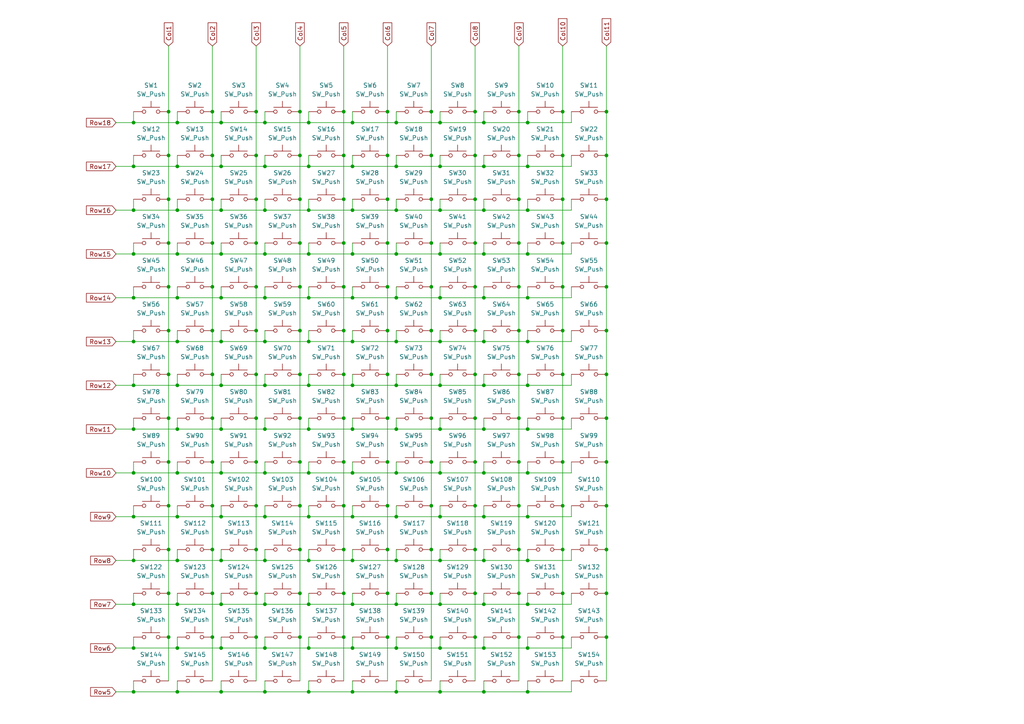
<source format=kicad_sch>
(kicad_sch (version 20211123) (generator eeschema)
  (paper "A4")
  (junction (at 175.895 57.785))
  (junction (at 86.995 121.285))
  (junction (at 86.995 108.585))
  (junction (at 112.395 45.085))
  (junction (at 112.395 133.985))
  (junction (at 102.235 99.06))
  (junction (at 74.295 121.285))
  (junction (at 74.295 172.085))
  (junction (at 99.695 70.485))
  (junction (at 150.495 159.385))
  (junction (at 125.095 95.885))
  (junction (at 61.595 32.385))
  (junction (at 102.235 48.26))
  (junction (at 74.295 57.785))
  (junction (at 48.895 172.085))
  (junction (at 153.035 175.26))
  (junction (at 61.595 121.285))
  (junction (at 114.935 48.26))
  (junction (at 114.935 187.96))
  (junction (at 153.035 124.46))
  (junction (at 175.895 108.585))
  (junction (at 114.935 175.26))
  (junction (at 89.535 149.86))
  (junction (at 153.035 35.56))
  (junction (at 140.335 60.96))
  (junction (at 125.095 57.785))
  (junction (at 127.635 200.66))
  (junction (at 48.895 146.685))
  (junction (at 112.395 172.085))
  (junction (at 38.735 200.66))
  (junction (at 163.195 57.785))
  (junction (at 51.435 200.66))
  (junction (at 175.895 95.885))
  (junction (at 140.335 200.66))
  (junction (at 150.495 32.385))
  (junction (at 89.535 35.56))
  (junction (at 137.795 95.885))
  (junction (at 114.935 162.56))
  (junction (at 175.895 172.085))
  (junction (at 127.635 86.36))
  (junction (at 150.495 45.085))
  (junction (at 76.835 60.96))
  (junction (at 38.735 35.56))
  (junction (at 48.895 95.885))
  (junction (at 153.035 60.96))
  (junction (at 140.335 137.16))
  (junction (at 140.335 99.06))
  (junction (at 86.995 57.785))
  (junction (at 175.895 121.285))
  (junction (at 51.435 35.56))
  (junction (at 150.495 57.785))
  (junction (at 127.635 111.76))
  (junction (at 51.435 124.46))
  (junction (at 74.295 133.985))
  (junction (at 48.895 108.585))
  (junction (at 163.195 184.785))
  (junction (at 153.035 200.66))
  (junction (at 99.695 57.785))
  (junction (at 89.535 124.46))
  (junction (at 163.195 95.885))
  (junction (at 86.995 32.385))
  (junction (at 76.835 86.36))
  (junction (at 102.235 86.36))
  (junction (at 51.435 99.06))
  (junction (at 51.435 162.56))
  (junction (at 48.895 57.785))
  (junction (at 125.095 184.785))
  (junction (at 127.635 35.56))
  (junction (at 64.135 175.26))
  (junction (at 61.595 146.685))
  (junction (at 48.895 32.385))
  (junction (at 61.595 133.985))
  (junction (at 112.395 95.885))
  (junction (at 114.935 99.06))
  (junction (at 99.695 108.585))
  (junction (at 86.995 83.185))
  (junction (at 150.495 184.785))
  (junction (at 89.535 200.66))
  (junction (at 64.135 60.96))
  (junction (at 61.595 108.585))
  (junction (at 140.335 48.26))
  (junction (at 153.035 137.16))
  (junction (at 86.995 133.985))
  (junction (at 74.295 159.385))
  (junction (at 61.595 83.185))
  (junction (at 76.835 149.86))
  (junction (at 140.335 111.76))
  (junction (at 175.895 133.985))
  (junction (at 74.295 95.885))
  (junction (at 102.235 175.26))
  (junction (at 112.395 121.285))
  (junction (at 64.135 187.96))
  (junction (at 51.435 111.76))
  (junction (at 61.595 57.785))
  (junction (at 102.235 60.96))
  (junction (at 137.795 45.085))
  (junction (at 89.535 162.56))
  (junction (at 125.095 45.085))
  (junction (at 125.095 159.385))
  (junction (at 137.795 146.685))
  (junction (at 48.895 159.385))
  (junction (at 127.635 149.86))
  (junction (at 51.435 137.16))
  (junction (at 150.495 133.985))
  (junction (at 89.535 99.06))
  (junction (at 89.535 60.96))
  (junction (at 150.495 121.285))
  (junction (at 74.295 108.585))
  (junction (at 125.095 121.285))
  (junction (at 48.895 133.985))
  (junction (at 114.935 60.96))
  (junction (at 38.735 73.66))
  (junction (at 86.995 172.085))
  (junction (at 51.435 60.96))
  (junction (at 89.535 175.26))
  (junction (at 102.235 149.86))
  (junction (at 89.535 86.36))
  (junction (at 163.195 121.285))
  (junction (at 114.935 124.46))
  (junction (at 89.535 48.26))
  (junction (at 38.735 48.26))
  (junction (at 114.935 35.56))
  (junction (at 163.195 146.685))
  (junction (at 140.335 162.56))
  (junction (at 112.395 32.385))
  (junction (at 114.935 149.86))
  (junction (at 153.035 73.66))
  (junction (at 153.035 162.56))
  (junction (at 125.095 133.985))
  (junction (at 51.435 175.26))
  (junction (at 76.835 99.06))
  (junction (at 48.895 70.485))
  (junction (at 86.995 95.885))
  (junction (at 76.835 200.66))
  (junction (at 140.335 175.26))
  (junction (at 76.835 137.16))
  (junction (at 127.635 175.26))
  (junction (at 64.135 48.26))
  (junction (at 114.935 137.16))
  (junction (at 89.535 111.76))
  (junction (at 125.095 83.185))
  (junction (at 175.895 83.185))
  (junction (at 64.135 111.76))
  (junction (at 102.235 187.96))
  (junction (at 140.335 35.56))
  (junction (at 64.135 86.36))
  (junction (at 137.795 70.485))
  (junction (at 153.035 48.26))
  (junction (at 86.995 45.085))
  (junction (at 137.795 133.985))
  (junction (at 140.335 149.86))
  (junction (at 99.695 83.185))
  (junction (at 150.495 83.185))
  (junction (at 125.095 108.585))
  (junction (at 38.735 124.46))
  (junction (at 76.835 187.96))
  (junction (at 38.735 137.16))
  (junction (at 61.595 159.385))
  (junction (at 137.795 108.585))
  (junction (at 48.895 83.185))
  (junction (at 89.535 137.16))
  (junction (at 137.795 32.385))
  (junction (at 61.595 184.785))
  (junction (at 153.035 187.96))
  (junction (at 64.135 149.86))
  (junction (at 153.035 99.06))
  (junction (at 112.395 146.685))
  (junction (at 51.435 73.66))
  (junction (at 163.195 133.985))
  (junction (at 137.795 184.785))
  (junction (at 112.395 108.585))
  (junction (at 127.635 162.56))
  (junction (at 127.635 48.26))
  (junction (at 153.035 86.36))
  (junction (at 38.735 187.96))
  (junction (at 137.795 121.285))
  (junction (at 61.595 172.085))
  (junction (at 64.135 162.56))
  (junction (at 127.635 73.66))
  (junction (at 48.895 45.085))
  (junction (at 102.235 73.66))
  (junction (at 51.435 48.26))
  (junction (at 76.835 111.76))
  (junction (at 38.735 149.86))
  (junction (at 114.935 111.76))
  (junction (at 140.335 86.36))
  (junction (at 163.195 83.185))
  (junction (at 74.295 70.485))
  (junction (at 99.695 133.985))
  (junction (at 64.135 200.66))
  (junction (at 74.295 32.385))
  (junction (at 99.695 45.085))
  (junction (at 86.995 184.785))
  (junction (at 140.335 124.46))
  (junction (at 99.695 184.785))
  (junction (at 99.695 32.385))
  (junction (at 38.735 175.26))
  (junction (at 51.435 187.96))
  (junction (at 163.195 45.085))
  (junction (at 125.095 146.685))
  (junction (at 112.395 184.785))
  (junction (at 64.135 73.66))
  (junction (at 114.935 86.36))
  (junction (at 127.635 187.96))
  (junction (at 163.195 172.085))
  (junction (at 150.495 95.885))
  (junction (at 125.095 172.085))
  (junction (at 125.095 70.485))
  (junction (at 140.335 187.96))
  (junction (at 38.735 111.76))
  (junction (at 99.695 121.285))
  (junction (at 38.735 99.06))
  (junction (at 51.435 149.86))
  (junction (at 64.135 35.56))
  (junction (at 86.995 159.385))
  (junction (at 175.895 70.485))
  (junction (at 150.495 108.585))
  (junction (at 137.795 172.085))
  (junction (at 102.235 200.66))
  (junction (at 163.195 32.385))
  (junction (at 38.735 162.56))
  (junction (at 114.935 73.66))
  (junction (at 127.635 99.06))
  (junction (at 76.835 162.56))
  (junction (at 137.795 57.785))
  (junction (at 150.495 70.485))
  (junction (at 89.535 187.96))
  (junction (at 76.835 35.56))
  (junction (at 38.735 86.36))
  (junction (at 175.895 45.085))
  (junction (at 76.835 48.26))
  (junction (at 61.595 95.885))
  (junction (at 48.895 121.285))
  (junction (at 76.835 124.46))
  (junction (at 102.235 111.76))
  (junction (at 175.895 184.785))
  (junction (at 86.995 146.685))
  (junction (at 163.195 108.585))
  (junction (at 64.135 124.46))
  (junction (at 112.395 159.385))
  (junction (at 51.435 86.36))
  (junction (at 112.395 70.485))
  (junction (at 86.995 70.485))
  (junction (at 99.695 95.885))
  (junction (at 137.795 159.385))
  (junction (at 64.135 137.16))
  (junction (at 125.095 32.385))
  (junction (at 76.835 175.26))
  (junction (at 114.935 200.66))
  (junction (at 99.695 172.085))
  (junction (at 89.535 73.66))
  (junction (at 61.595 45.085))
  (junction (at 74.295 184.785))
  (junction (at 140.335 73.66))
  (junction (at 61.595 70.485))
  (junction (at 150.495 146.685))
  (junction (at 48.895 184.785))
  (junction (at 127.635 60.96))
  (junction (at 112.395 83.185))
  (junction (at 76.835 73.66))
  (junction (at 163.195 159.385))
  (junction (at 175.895 32.385))
  (junction (at 153.035 149.86))
  (junction (at 64.135 99.06))
  (junction (at 74.295 146.685))
  (junction (at 102.235 162.56))
  (junction (at 99.695 159.385))
  (junction (at 127.635 124.46))
  (junction (at 112.395 57.785))
  (junction (at 175.895 146.685))
  (junction (at 137.795 83.185))
  (junction (at 175.895 159.385))
  (junction (at 74.295 45.085))
  (junction (at 163.195 70.485))
  (junction (at 99.695 146.685))
  (junction (at 150.495 172.085))
  (junction (at 153.035 111.76))
  (junction (at 102.235 124.46))
  (junction (at 102.235 137.16))
  (junction (at 127.635 137.16))
  (junction (at 38.735 60.96))
  (junction (at 102.235 35.56))
  (junction (at 74.295 83.185))
  (wire (pts (xy 99.695 95.885) (xy 99.695 108.585)))
  (wire (pts (xy 127.635 162.56) (xy 140.335 162.56)))
  (wire (pts (xy 140.335 70.485) (xy 140.335 73.66)))
  (wire (pts (xy 76.835 57.785) (xy 76.835 60.96)))
  (wire (pts (xy 48.895 83.185) (xy 48.895 95.885)))
  (wire (pts (xy 64.135 146.685) (xy 64.135 149.86)))
  (wire (pts (xy 86.995 172.085) (xy 86.995 184.785)))
  (wire (pts (xy 64.135 162.56) (xy 76.835 162.56)))
  (wire (pts (xy 140.335 187.96) (xy 153.035 187.96)))
  (wire (pts (xy 51.435 99.06) (xy 64.135 99.06)))
  (wire (pts (xy 89.535 83.185) (xy 89.535 86.36)))
  (wire (pts (xy 64.135 108.585) (xy 64.135 111.76)))
  (wire (pts (xy 114.935 83.185) (xy 114.935 86.36)))
  (wire (pts (xy 175.895 146.685) (xy 175.895 159.385)))
  (wire (pts (xy 114.935 70.485) (xy 114.935 73.66)))
  (wire (pts (xy 114.935 86.36) (xy 127.635 86.36)))
  (wire (pts (xy 89.535 162.56) (xy 102.235 162.56)))
  (wire (pts (xy 64.135 184.785) (xy 64.135 187.96)))
  (wire (pts (xy 125.095 159.385) (xy 125.095 172.085)))
  (wire (pts (xy 150.495 184.785) (xy 150.495 197.485)))
  (wire (pts (xy 61.595 57.785) (xy 61.595 70.485)))
  (wire (pts (xy 165.735 99.06) (xy 165.735 95.885)))
  (wire (pts (xy 153.035 111.76) (xy 165.735 111.76)))
  (wire (pts (xy 114.935 95.885) (xy 114.935 99.06)))
  (wire (pts (xy 165.735 162.56) (xy 165.735 159.385)))
  (wire (pts (xy 33.655 73.66) (xy 38.735 73.66)))
  (wire (pts (xy 64.135 121.285) (xy 64.135 124.46)))
  (wire (pts (xy 86.995 57.785) (xy 86.995 70.485)))
  (wire (pts (xy 61.595 159.385) (xy 61.595 172.085)))
  (wire (pts (xy 153.035 45.085) (xy 153.035 48.26)))
  (wire (pts (xy 112.395 32.385) (xy 112.395 45.085)))
  (wire (pts (xy 102.235 48.26) (xy 114.935 48.26)))
  (wire (pts (xy 51.435 159.385) (xy 51.435 162.56)))
  (wire (pts (xy 51.435 200.66) (xy 64.135 200.66)))
  (wire (pts (xy 127.635 200.66) (xy 140.335 200.66)))
  (wire (pts (xy 112.395 133.985) (xy 112.395 146.685)))
  (wire (pts (xy 175.895 172.085) (xy 175.895 184.785)))
  (wire (pts (xy 102.235 172.085) (xy 102.235 175.26)))
  (wire (pts (xy 99.695 13.335) (xy 99.695 32.385)))
  (wire (pts (xy 76.835 99.06) (xy 89.535 99.06)))
  (wire (pts (xy 89.535 45.085) (xy 89.535 48.26)))
  (wire (pts (xy 150.495 32.385) (xy 150.495 45.085)))
  (wire (pts (xy 150.495 146.685) (xy 150.495 159.385)))
  (wire (pts (xy 150.495 133.985) (xy 150.495 146.685)))
  (wire (pts (xy 33.655 99.06) (xy 38.735 99.06)))
  (wire (pts (xy 175.895 184.785) (xy 175.895 197.485)))
  (wire (pts (xy 76.835 45.085) (xy 76.835 48.26)))
  (wire (pts (xy 137.795 184.785) (xy 137.795 197.485)))
  (wire (pts (xy 137.795 32.385) (xy 137.795 45.085)))
  (wire (pts (xy 163.195 13.335) (xy 163.195 32.385)))
  (wire (pts (xy 76.835 86.36) (xy 89.535 86.36)))
  (wire (pts (xy 112.395 45.085) (xy 112.395 57.785)))
  (wire (pts (xy 48.895 184.785) (xy 48.895 197.485)))
  (wire (pts (xy 114.935 60.96) (xy 127.635 60.96)))
  (wire (pts (xy 51.435 45.085) (xy 51.435 48.26)))
  (wire (pts (xy 86.995 13.335) (xy 86.995 32.385)))
  (wire (pts (xy 76.835 200.66) (xy 89.535 200.66)))
  (wire (pts (xy 89.535 108.585) (xy 89.535 111.76)))
  (wire (pts (xy 153.035 200.66) (xy 165.735 200.66)))
  (wire (pts (xy 38.735 86.36) (xy 51.435 86.36)))
  (wire (pts (xy 61.595 95.885) (xy 61.595 108.585)))
  (wire (pts (xy 153.035 146.685) (xy 153.035 149.86)))
  (wire (pts (xy 86.995 121.285) (xy 86.995 133.985)))
  (wire (pts (xy 64.135 159.385) (xy 64.135 162.56)))
  (wire (pts (xy 112.395 13.335) (xy 112.395 32.385)))
  (wire (pts (xy 89.535 184.785) (xy 89.535 187.96)))
  (wire (pts (xy 38.735 60.96) (xy 51.435 60.96)))
  (wire (pts (xy 51.435 111.76) (xy 64.135 111.76)))
  (wire (pts (xy 89.535 137.16) (xy 102.235 137.16)))
  (wire (pts (xy 51.435 149.86) (xy 64.135 149.86)))
  (wire (pts (xy 150.495 57.785) (xy 150.495 70.485)))
  (wire (pts (xy 51.435 146.685) (xy 51.435 149.86)))
  (wire (pts (xy 153.035 48.26) (xy 165.735 48.26)))
  (wire (pts (xy 137.795 121.285) (xy 137.795 133.985)))
  (wire (pts (xy 165.735 35.56) (xy 165.735 32.385)))
  (wire (pts (xy 51.435 133.985) (xy 51.435 137.16)))
  (wire (pts (xy 74.295 83.185) (xy 74.295 95.885)))
  (wire (pts (xy 64.135 124.46) (xy 76.835 124.46)))
  (wire (pts (xy 33.655 124.46) (xy 38.735 124.46)))
  (wire (pts (xy 76.835 137.16) (xy 89.535 137.16)))
  (wire (pts (xy 140.335 111.76) (xy 153.035 111.76)))
  (wire (pts (xy 163.195 184.785) (xy 163.195 197.485)))
  (wire (pts (xy 33.655 149.86) (xy 38.735 149.86)))
  (wire (pts (xy 150.495 83.185) (xy 150.495 95.885)))
  (wire (pts (xy 64.135 200.66) (xy 76.835 200.66)))
  (wire (pts (xy 64.135 83.185) (xy 64.135 86.36)))
  (wire (pts (xy 86.995 45.085) (xy 86.995 57.785)))
  (wire (pts (xy 61.595 32.385) (xy 61.595 45.085)))
  (wire (pts (xy 61.595 45.085) (xy 61.595 57.785)))
  (wire (pts (xy 38.735 200.66) (xy 51.435 200.66)))
  (wire (pts (xy 163.195 57.785) (xy 163.195 70.485)))
  (wire (pts (xy 89.535 124.46) (xy 102.235 124.46)))
  (wire (pts (xy 125.095 184.785) (xy 125.095 197.485)))
  (wire (pts (xy 38.735 137.16) (xy 51.435 137.16)))
  (wire (pts (xy 112.395 184.785) (xy 112.395 197.485)))
  (wire (pts (xy 61.595 133.985) (xy 61.595 146.685)))
  (wire (pts (xy 64.135 187.96) (xy 76.835 187.96)))
  (wire (pts (xy 153.035 197.485) (xy 153.035 200.66)))
  (wire (pts (xy 64.135 60.96) (xy 76.835 60.96)))
  (wire (pts (xy 64.135 73.66) (xy 76.835 73.66)))
  (wire (pts (xy 153.035 95.885) (xy 153.035 99.06)))
  (wire (pts (xy 127.635 86.36) (xy 140.335 86.36)))
  (wire (pts (xy 140.335 146.685) (xy 140.335 149.86)))
  (wire (pts (xy 165.735 149.86) (xy 165.735 146.685)))
  (wire (pts (xy 102.235 146.685) (xy 102.235 149.86)))
  (wire (pts (xy 140.335 149.86) (xy 153.035 149.86)))
  (wire (pts (xy 112.395 57.785) (xy 112.395 70.485)))
  (wire (pts (xy 99.695 184.785) (xy 99.695 197.485)))
  (wire (pts (xy 127.635 60.96) (xy 140.335 60.96)))
  (wire (pts (xy 114.935 124.46) (xy 127.635 124.46)))
  (wire (pts (xy 127.635 187.96) (xy 140.335 187.96)))
  (wire (pts (xy 114.935 48.26) (xy 127.635 48.26)))
  (wire (pts (xy 137.795 83.185) (xy 137.795 95.885)))
  (wire (pts (xy 51.435 197.485) (xy 51.435 200.66)))
  (wire (pts (xy 153.035 70.485) (xy 153.035 73.66)))
  (wire (pts (xy 137.795 70.485) (xy 137.795 83.185)))
  (wire (pts (xy 38.735 197.485) (xy 38.735 200.66)))
  (wire (pts (xy 99.695 32.385) (xy 99.695 45.085)))
  (wire (pts (xy 114.935 35.56) (xy 127.635 35.56)))
  (wire (pts (xy 64.135 70.485) (xy 64.135 73.66)))
  (wire (pts (xy 89.535 86.36) (xy 102.235 86.36)))
  (wire (pts (xy 114.935 99.06) (xy 127.635 99.06)))
  (wire (pts (xy 102.235 99.06) (xy 114.935 99.06)))
  (wire (pts (xy 102.235 83.185) (xy 102.235 86.36)))
  (wire (pts (xy 163.195 133.985) (xy 163.195 146.685)))
  (wire (pts (xy 38.735 159.385) (xy 38.735 162.56)))
  (wire (pts (xy 137.795 159.385) (xy 137.795 172.085)))
  (wire (pts (xy 153.035 184.785) (xy 153.035 187.96)))
  (wire (pts (xy 114.935 57.785) (xy 114.935 60.96)))
  (wire (pts (xy 76.835 149.86) (xy 89.535 149.86)))
  (wire (pts (xy 153.035 73.66) (xy 165.735 73.66)))
  (wire (pts (xy 125.095 121.285) (xy 125.095 133.985)))
  (wire (pts (xy 86.995 83.185) (xy 86.995 95.885)))
  (wire (pts (xy 127.635 48.26) (xy 140.335 48.26)))
  (wire (pts (xy 127.635 95.885) (xy 127.635 99.06)))
  (wire (pts (xy 64.135 111.76) (xy 76.835 111.76)))
  (wire (pts (xy 89.535 70.485) (xy 89.535 73.66)))
  (wire (pts (xy 33.655 137.16) (xy 38.735 137.16)))
  (wire (pts (xy 137.795 133.985) (xy 137.795 146.685)))
  (wire (pts (xy 74.295 159.385) (xy 74.295 172.085)))
  (wire (pts (xy 140.335 95.885) (xy 140.335 99.06)))
  (wire (pts (xy 38.735 73.66) (xy 51.435 73.66)))
  (wire (pts (xy 51.435 124.46) (xy 64.135 124.46)))
  (wire (pts (xy 61.595 146.685) (xy 61.595 159.385)))
  (wire (pts (xy 153.035 172.085) (xy 153.035 175.26)))
  (wire (pts (xy 175.895 13.335) (xy 175.895 32.385)))
  (wire (pts (xy 153.035 159.385) (xy 153.035 162.56)))
  (wire (pts (xy 127.635 73.66) (xy 140.335 73.66)))
  (wire (pts (xy 89.535 149.86) (xy 102.235 149.86)))
  (wire (pts (xy 140.335 175.26) (xy 153.035 175.26)))
  (wire (pts (xy 48.895 159.385) (xy 48.895 172.085)))
  (wire (pts (xy 51.435 35.56) (xy 64.135 35.56)))
  (wire (pts (xy 51.435 172.085) (xy 51.435 175.26)))
  (wire (pts (xy 38.735 175.26) (xy 51.435 175.26)))
  (wire (pts (xy 153.035 175.26) (xy 165.735 175.26)))
  (wire (pts (xy 150.495 121.285) (xy 150.495 133.985)))
  (wire (pts (xy 38.735 133.985) (xy 38.735 137.16)))
  (wire (pts (xy 163.195 70.485) (xy 163.195 83.185)))
  (wire (pts (xy 114.935 149.86) (xy 127.635 149.86)))
  (wire (pts (xy 61.595 70.485) (xy 61.595 83.185)))
  (wire (pts (xy 64.135 86.36) (xy 76.835 86.36)))
  (wire (pts (xy 140.335 137.16) (xy 153.035 137.16)))
  (wire (pts (xy 153.035 133.985) (xy 153.035 137.16)))
  (wire (pts (xy 153.035 108.585) (xy 153.035 111.76)))
  (wire (pts (xy 102.235 35.56) (xy 114.935 35.56)))
  (wire (pts (xy 140.335 121.285) (xy 140.335 124.46)))
  (wire (pts (xy 76.835 95.885) (xy 76.835 99.06)))
  (wire (pts (xy 51.435 162.56) (xy 64.135 162.56)))
  (wire (pts (xy 89.535 172.085) (xy 89.535 175.26)))
  (wire (pts (xy 140.335 197.485) (xy 140.335 200.66)))
  (wire (pts (xy 112.395 146.685) (xy 112.395 159.385)))
  (wire (pts (xy 38.735 95.885) (xy 38.735 99.06)))
  (wire (pts (xy 150.495 172.085) (xy 150.495 184.785)))
  (wire (pts (xy 38.735 184.785) (xy 38.735 187.96)))
  (wire (pts (xy 89.535 32.385) (xy 89.535 35.56)))
  (wire (pts (xy 140.335 73.66) (xy 153.035 73.66)))
  (wire (pts (xy 153.035 60.96) (xy 165.735 60.96)))
  (wire (pts (xy 114.935 197.485) (xy 114.935 200.66)))
  (wire (pts (xy 51.435 60.96) (xy 64.135 60.96)))
  (wire (pts (xy 127.635 45.085) (xy 127.635 48.26)))
  (wire (pts (xy 38.735 146.685) (xy 38.735 149.86)))
  (wire (pts (xy 48.895 146.685) (xy 48.895 159.385)))
  (wire (pts (xy 112.395 70.485) (xy 112.395 83.185)))
  (wire (pts (xy 165.735 86.36) (xy 165.735 83.185)))
  (wire (pts (xy 61.595 13.335) (xy 61.595 32.385)))
  (wire (pts (xy 64.135 197.485) (xy 64.135 200.66)))
  (wire (pts (xy 150.495 70.485) (xy 150.495 83.185)))
  (wire (pts (xy 38.735 83.185) (xy 38.735 86.36)))
  (wire (pts (xy 74.295 146.685) (xy 74.295 159.385)))
  (wire (pts (xy 153.035 124.46) (xy 165.735 124.46)))
  (wire (pts (xy 140.335 32.385) (xy 140.335 35.56)))
  (wire (pts (xy 38.735 32.385) (xy 38.735 35.56)))
  (wire (pts (xy 74.295 45.085) (xy 74.295 57.785)))
  (wire (pts (xy 38.735 108.585) (xy 38.735 111.76)))
  (wire (pts (xy 102.235 108.585) (xy 102.235 111.76)))
  (wire (pts (xy 153.035 162.56) (xy 165.735 162.56)))
  (wire (pts (xy 153.035 83.185) (xy 153.035 86.36)))
  (wire (pts (xy 74.295 32.385) (xy 74.295 45.085)))
  (wire (pts (xy 114.935 175.26) (xy 127.635 175.26)))
  (wire (pts (xy 89.535 48.26) (xy 102.235 48.26)))
  (wire (pts (xy 165.735 111.76) (xy 165.735 108.585)))
  (wire (pts (xy 51.435 187.96) (xy 64.135 187.96)))
  (wire (pts (xy 125.095 70.485) (xy 125.095 83.185)))
  (wire (pts (xy 140.335 35.56) (xy 153.035 35.56)))
  (wire (pts (xy 64.135 35.56) (xy 76.835 35.56)))
  (wire (pts (xy 89.535 121.285) (xy 89.535 124.46)))
  (wire (pts (xy 99.695 57.785) (xy 99.695 70.485)))
  (wire (pts (xy 102.235 184.785) (xy 102.235 187.96)))
  (wire (pts (xy 102.235 95.885) (xy 102.235 99.06)))
  (wire (pts (xy 125.095 146.685) (xy 125.095 159.385)))
  (wire (pts (xy 114.935 45.085) (xy 114.935 48.26)))
  (wire (pts (xy 125.095 57.785) (xy 125.095 70.485)))
  (wire (pts (xy 38.735 48.26) (xy 51.435 48.26)))
  (wire (pts (xy 64.135 149.86) (xy 76.835 149.86)))
  (wire (pts (xy 125.095 133.985) (xy 125.095 146.685)))
  (wire (pts (xy 51.435 70.485) (xy 51.435 73.66)))
  (wire (pts (xy 51.435 48.26) (xy 64.135 48.26)))
  (wire (pts (xy 99.695 70.485) (xy 99.695 83.185)))
  (wire (pts (xy 175.895 32.385) (xy 175.895 45.085)))
  (wire (pts (xy 163.195 146.685) (xy 163.195 159.385)))
  (wire (pts (xy 74.295 184.785) (xy 74.295 197.485)))
  (wire (pts (xy 86.995 70.485) (xy 86.995 83.185)))
  (wire (pts (xy 137.795 108.585) (xy 137.795 121.285)))
  (wire (pts (xy 114.935 108.585) (xy 114.935 111.76)))
  (wire (pts (xy 127.635 70.485) (xy 127.635 73.66)))
  (wire (pts (xy 76.835 48.26) (xy 89.535 48.26)))
  (wire (pts (xy 127.635 133.985) (xy 127.635 137.16)))
  (wire (pts (xy 38.735 172.085) (xy 38.735 175.26)))
  (wire (pts (xy 102.235 86.36) (xy 114.935 86.36)))
  (wire (pts (xy 114.935 172.085) (xy 114.935 175.26)))
  (wire (pts (xy 102.235 200.66) (xy 114.935 200.66)))
  (wire (pts (xy 140.335 60.96) (xy 153.035 60.96)))
  (wire (pts (xy 64.135 48.26) (xy 76.835 48.26)))
  (wire (pts (xy 163.195 83.185) (xy 163.195 95.885)))
  (wire (pts (xy 38.735 111.76) (xy 51.435 111.76)))
  (wire (pts (xy 102.235 124.46) (xy 114.935 124.46)))
  (wire (pts (xy 114.935 146.685) (xy 114.935 149.86)))
  (wire (pts (xy 99.695 172.085) (xy 99.695 184.785)))
  (wire (pts (xy 99.695 83.185) (xy 99.695 95.885)))
  (wire (pts (xy 114.935 187.96) (xy 127.635 187.96)))
  (wire (pts (xy 76.835 159.385) (xy 76.835 162.56)))
  (wire (pts (xy 163.195 45.085) (xy 163.195 57.785)))
  (wire (pts (xy 140.335 200.66) (xy 153.035 200.66)))
  (wire (pts (xy 153.035 32.385) (xy 153.035 35.56)))
  (wire (pts (xy 153.035 137.16) (xy 165.735 137.16)))
  (wire (pts (xy 51.435 184.785) (xy 51.435 187.96)))
  (wire (pts (xy 64.135 137.16) (xy 76.835 137.16)))
  (wire (pts (xy 137.795 57.785) (xy 137.795 70.485)))
  (wire (pts (xy 140.335 86.36) (xy 153.035 86.36)))
  (wire (pts (xy 125.095 172.085) (xy 125.095 184.785)))
  (wire (pts (xy 127.635 146.685) (xy 127.635 149.86)))
  (wire (pts (xy 127.635 83.185) (xy 127.635 86.36)))
  (wire (pts (xy 102.235 137.16) (xy 114.935 137.16)))
  (wire (pts (xy 74.295 108.585) (xy 74.295 121.285)))
  (wire (pts (xy 48.895 121.285) (xy 48.895 133.985)))
  (wire (pts (xy 51.435 137.16) (xy 64.135 137.16)))
  (wire (pts (xy 64.135 32.385) (xy 64.135 35.56)))
  (wire (pts (xy 76.835 111.76) (xy 89.535 111.76)))
  (wire (pts (xy 102.235 175.26) (xy 114.935 175.26)))
  (wire (pts (xy 140.335 48.26) (xy 153.035 48.26)))
  (wire (pts (xy 38.735 121.285) (xy 38.735 124.46)))
  (wire (pts (xy 102.235 60.96) (xy 114.935 60.96)))
  (wire (pts (xy 175.895 45.085) (xy 175.895 57.785)))
  (wire (pts (xy 127.635 121.285) (xy 127.635 124.46)))
  (wire (pts (xy 114.935 184.785) (xy 114.935 187.96)))
  (wire (pts (xy 140.335 99.06) (xy 153.035 99.06)))
  (wire (pts (xy 150.495 159.385) (xy 150.495 172.085)))
  (wire (pts (xy 86.995 32.385) (xy 86.995 45.085)))
  (wire (pts (xy 127.635 124.46) (xy 140.335 124.46)))
  (wire (pts (xy 153.035 86.36) (xy 165.735 86.36)))
  (wire (pts (xy 114.935 200.66) (xy 127.635 200.66)))
  (wire (pts (xy 114.935 121.285) (xy 114.935 124.46)))
  (wire (pts (xy 112.395 159.385) (xy 112.395 172.085)))
  (wire (pts (xy 86.995 159.385) (xy 86.995 172.085)))
  (wire (pts (xy 76.835 83.185) (xy 76.835 86.36)))
  (wire (pts (xy 127.635 35.56) (xy 140.335 35.56)))
  (wire (pts (xy 153.035 187.96) (xy 165.735 187.96)))
  (wire (pts (xy 127.635 184.785) (xy 127.635 187.96)))
  (wire (pts (xy 127.635 57.785) (xy 127.635 60.96)))
  (wire (pts (xy 137.795 13.335) (xy 137.795 32.385)))
  (wire (pts (xy 127.635 175.26) (xy 140.335 175.26)))
  (wire (pts (xy 175.895 70.485) (xy 175.895 83.185)))
  (wire (pts (xy 86.995 108.585) (xy 86.995 121.285)))
  (wire (pts (xy 140.335 133.985) (xy 140.335 137.16)))
  (wire (pts (xy 125.095 95.885) (xy 125.095 108.585)))
  (wire (pts (xy 48.895 70.485) (xy 48.895 83.185)))
  (wire (pts (xy 51.435 32.385) (xy 51.435 35.56)))
  (wire (pts (xy 51.435 57.785) (xy 51.435 60.96)))
  (wire (pts (xy 89.535 159.385) (xy 89.535 162.56)))
  (wire (pts (xy 125.095 13.335) (xy 125.095 32.385)))
  (wire (pts (xy 165.735 73.66) (xy 165.735 70.485)))
  (wire (pts (xy 89.535 99.06) (xy 102.235 99.06)))
  (wire (pts (xy 64.135 45.085) (xy 64.135 48.26)))
  (wire (pts (xy 89.535 73.66) (xy 102.235 73.66)))
  (wire (pts (xy 89.535 187.96) (xy 102.235 187.96)))
  (wire (pts (xy 153.035 35.56) (xy 165.735 35.56)))
  (wire (pts (xy 33.655 60.96) (xy 38.735 60.96)))
  (wire (pts (xy 89.535 200.66) (xy 102.235 200.66)))
  (wire (pts (xy 86.995 146.685) (xy 86.995 159.385)))
  (wire (pts (xy 86.995 95.885) (xy 86.995 108.585)))
  (wire (pts (xy 38.735 35.56) (xy 51.435 35.56)))
  (wire (pts (xy 74.295 13.335) (xy 74.295 32.385)))
  (wire (pts (xy 150.495 13.335) (xy 150.495 32.385)))
  (wire (pts (xy 165.735 137.16) (xy 165.735 133.985)))
  (wire (pts (xy 76.835 73.66) (xy 89.535 73.66)))
  (wire (pts (xy 163.195 108.585) (xy 163.195 121.285)))
  (wire (pts (xy 112.395 83.185) (xy 112.395 95.885)))
  (wire (pts (xy 89.535 57.785) (xy 89.535 60.96)))
  (wire (pts (xy 38.735 57.785) (xy 38.735 60.96)))
  (wire (pts (xy 76.835 162.56) (xy 89.535 162.56)))
  (wire (pts (xy 76.835 70.485) (xy 76.835 73.66)))
  (wire (pts (xy 140.335 159.385) (xy 140.335 162.56)))
  (wire (pts (xy 163.195 172.085) (xy 163.195 184.785)))
  (wire (pts (xy 48.895 108.585) (xy 48.895 121.285)))
  (wire (pts (xy 112.395 108.585) (xy 112.395 121.285)))
  (wire (pts (xy 38.735 45.085) (xy 38.735 48.26)))
  (wire (pts (xy 102.235 149.86) (xy 114.935 149.86)))
  (wire (pts (xy 175.895 121.285) (xy 175.895 133.985)))
  (wire (pts (xy 51.435 73.66) (xy 64.135 73.66)))
  (wire (pts (xy 150.495 108.585) (xy 150.495 121.285)))
  (wire (pts (xy 127.635 149.86) (xy 140.335 149.86)))
  (wire (pts (xy 140.335 162.56) (xy 153.035 162.56)))
  (wire (pts (xy 163.195 159.385) (xy 163.195 172.085)))
  (wire (pts (xy 153.035 99.06) (xy 165.735 99.06)))
  (wire (pts (xy 102.235 159.385) (xy 102.235 162.56)))
  (wire (pts (xy 102.235 162.56) (xy 114.935 162.56)))
  (wire (pts (xy 51.435 86.36) (xy 64.135 86.36)))
  (wire (pts (xy 33.655 86.36) (xy 38.735 86.36)))
  (wire (pts (xy 175.895 83.185) (xy 175.895 95.885)))
  (wire (pts (xy 165.735 187.96) (xy 165.735 184.785)))
  (wire (pts (xy 102.235 133.985) (xy 102.235 137.16)))
  (wire (pts (xy 86.995 133.985) (xy 86.995 146.685)))
  (wire (pts (xy 74.295 70.485) (xy 74.295 83.185)))
  (wire (pts (xy 175.895 57.785) (xy 175.895 70.485)))
  (wire (pts (xy 114.935 137.16) (xy 127.635 137.16)))
  (wire (pts (xy 33.655 35.56) (xy 38.735 35.56)))
  (wire (pts (xy 61.595 121.285) (xy 61.595 133.985)))
  (wire (pts (xy 76.835 124.46) (xy 89.535 124.46)))
  (wire (pts (xy 64.135 133.985) (xy 64.135 137.16)))
  (wire (pts (xy 112.395 95.885) (xy 112.395 108.585)))
  (wire (pts (xy 99.695 121.285) (xy 99.695 133.985)))
  (wire (pts (xy 51.435 175.26) (xy 64.135 175.26)))
  (wire (pts (xy 38.735 124.46) (xy 51.435 124.46)))
  (wire (pts (xy 76.835 32.385) (xy 76.835 35.56)))
  (wire (pts (xy 102.235 70.485) (xy 102.235 73.66)))
  (wire (pts (xy 61.595 83.185) (xy 61.595 95.885)))
  (wire (pts (xy 140.335 57.785) (xy 140.335 60.96)))
  (wire (pts (xy 165.735 124.46) (xy 165.735 121.285)))
  (wire (pts (xy 48.895 45.085) (xy 48.895 57.785)))
  (wire (pts (xy 76.835 133.985) (xy 76.835 137.16)))
  (wire (pts (xy 74.295 121.285) (xy 74.295 133.985)))
  (wire (pts (xy 33.655 200.66) (xy 38.735 200.66)))
  (wire (pts (xy 175.895 133.985) (xy 175.895 146.685)))
  (wire (pts (xy 48.895 57.785) (xy 48.895 70.485)))
  (wire (pts (xy 38.735 70.485) (xy 38.735 73.66)))
  (wire (pts (xy 114.935 32.385) (xy 114.935 35.56)))
  (wire (pts (xy 127.635 159.385) (xy 127.635 162.56)))
  (wire (pts (xy 137.795 146.685) (xy 137.795 159.385)))
  (wire (pts (xy 163.195 121.285) (xy 163.195 133.985)))
  (wire (pts (xy 127.635 108.585) (xy 127.635 111.76)))
  (wire (pts (xy 64.135 99.06) (xy 76.835 99.06)))
  (wire (pts (xy 153.035 57.785) (xy 153.035 60.96)))
  (wire (pts (xy 125.095 83.185) (xy 125.095 95.885)))
  (wire (pts (xy 48.895 172.085) (xy 48.895 184.785)))
  (wire (pts (xy 76.835 187.96) (xy 89.535 187.96)))
  (wire (pts (xy 76.835 60.96) (xy 89.535 60.96)))
  (wire (pts (xy 51.435 83.185) (xy 51.435 86.36)))
  (wire (pts (xy 74.295 133.985) (xy 74.295 146.685)))
  (wire (pts (xy 61.595 172.085) (xy 61.595 184.785)))
  (wire (pts (xy 38.735 187.96) (xy 51.435 187.96)))
  (wire (pts (xy 89.535 197.485) (xy 89.535 200.66)))
  (wire (pts (xy 102.235 187.96) (xy 114.935 187.96)))
  (wire (pts (xy 76.835 184.785) (xy 76.835 187.96)))
  (wire (pts (xy 89.535 133.985) (xy 89.535 137.16)))
  (wire (pts (xy 165.735 175.26) (xy 165.735 172.085)))
  (wire (pts (xy 102.235 111.76) (xy 114.935 111.76)))
  (wire (pts (xy 76.835 172.085) (xy 76.835 175.26)))
  (wire (pts (xy 64.135 175.26) (xy 76.835 175.26)))
  (wire (pts (xy 114.935 73.66) (xy 127.635 73.66)))
  (wire (pts (xy 102.235 73.66) (xy 114.935 73.66)))
  (wire (pts (xy 76.835 35.56) (xy 89.535 35.56)))
  (wire (pts (xy 102.235 121.285) (xy 102.235 124.46)))
  (wire (pts (xy 74.295 57.785) (xy 74.295 70.485)))
  (wire (pts (xy 33.655 48.26) (xy 38.735 48.26)))
  (wire (pts (xy 114.935 111.76) (xy 127.635 111.76)))
  (wire (pts (xy 51.435 95.885) (xy 51.435 99.06)))
  (wire (pts (xy 137.795 95.885) (xy 137.795 108.585)))
  (wire (pts (xy 114.935 162.56) (xy 127.635 162.56)))
  (wire (pts (xy 112.395 121.285) (xy 112.395 133.985)))
  (wire (pts (xy 163.195 95.885) (xy 163.195 108.585)))
  (wire (pts (xy 76.835 146.685) (xy 76.835 149.86)))
  (wire (pts (xy 140.335 124.46) (xy 153.035 124.46)))
  (wire (pts (xy 51.435 121.285) (xy 51.435 124.46)))
  (wire (pts (xy 127.635 111.76) (xy 140.335 111.76)))
  (wire (pts (xy 150.495 95.885) (xy 150.495 108.585)))
  (wire (pts (xy 33.655 111.76) (xy 38.735 111.76)))
  (wire (pts (xy 74.295 95.885) (xy 74.295 108.585)))
  (wire (pts (xy 175.895 159.385) (xy 175.895 172.085)))
  (wire (pts (xy 102.235 45.085) (xy 102.235 48.26)))
  (wire (pts (xy 76.835 121.285) (xy 76.835 124.46)))
  (wire (pts (xy 61.595 184.785) (xy 61.595 197.485)))
  (wire (pts (xy 175.895 108.585) (xy 175.895 121.285)))
  (wire (pts (xy 99.695 108.585) (xy 99.695 121.285)))
  (wire (pts (xy 140.335 184.785) (xy 140.335 187.96)))
  (wire (pts (xy 33.655 175.26) (xy 38.735 175.26)))
  (wire (pts (xy 125.095 45.085) (xy 125.095 57.785)))
  (wire (pts (xy 140.335 83.185) (xy 140.335 86.36)))
  (wire (pts (xy 137.795 172.085) (xy 137.795 184.785)))
  (wire (pts (xy 114.935 133.985) (xy 114.935 137.16)))
  (wire (pts (xy 64.135 172.085) (xy 64.135 175.26)))
  (wire (pts (xy 127.635 197.485) (xy 127.635 200.66)))
  (wire (pts (xy 89.535 175.26) (xy 102.235 175.26)))
  (wire (pts (xy 99.695 159.385) (xy 99.695 172.085)))
  (wire (pts (xy 64.135 95.885) (xy 64.135 99.06)))
  (wire (pts (xy 48.895 13.335) (xy 48.895 32.385)))
  (wire (pts (xy 76.835 108.585) (xy 76.835 111.76)))
  (wire (pts (xy 64.135 57.785) (xy 64.135 60.96)))
  (wire (pts (xy 165.735 200.66) (xy 165.735 197.485)))
  (wire (pts (xy 150.495 45.085) (xy 150.495 57.785)))
  (wire (pts (xy 125.095 32.385) (xy 125.095 45.085)))
  (wire (pts (xy 165.735 60.96) (xy 165.735 57.785)))
  (wire (pts (xy 38.735 99.06) (xy 51.435 99.06)))
  (wire (pts (xy 48.895 133.985) (xy 48.895 146.685)))
  (wire (pts (xy 38.735 162.56) (xy 51.435 162.56)))
  (wire (pts (xy 99.695 45.085) (xy 99.695 57.785)))
  (wire (pts (xy 89.535 35.56) (xy 102.235 35.56)))
  (wire (pts (xy 74.295 172.085) (xy 74.295 184.785)))
  (wire (pts (xy 114.935 159.385) (xy 114.935 162.56)))
  (wire (pts (xy 140.335 108.585) (xy 140.335 111.76)))
  (wire (pts (xy 127.635 99.06) (xy 140.335 99.06)))
  (wire (pts (xy 33.655 187.96) (xy 38.735 187.96)))
  (wire (pts (xy 48.895 32.385) (xy 48.895 45.085)))
  (wire (pts (xy 76.835 197.485) (xy 76.835 200.66)))
  (wire (pts (xy 102.235 57.785) (xy 102.235 60.96)))
  (wire (pts (xy 76.835 175.26) (xy 89.535 175.26)))
  (wire (pts (xy 51.435 108.585) (xy 51.435 111.76)))
  (wire (pts (xy 38.735 149.86) (xy 51.435 149.86)))
  (wire (pts (xy 99.695 133.985) (xy 99.695 146.685)))
  (wire (pts (xy 89.535 146.685) (xy 89.535 149.86)))
  (wire (pts (xy 153.035 121.285) (xy 153.035 124.46)))
  (wire (pts (xy 99.695 146.685) (xy 99.695 159.385)))
  (wire (pts (xy 140.335 172.085) (xy 140.335 175.26)))
  (wire (pts (xy 89.535 111.76) (xy 102.235 111.76)))
  (wire (pts (xy 89.535 95.885) (xy 89.535 99.06)))
  (wire (pts (xy 102.235 197.485) (xy 102.235 200.66)))
  (wire (pts (xy 89.535 60.96) (xy 102.235 60.96)))
  (wire (pts (xy 163.195 32.385) (xy 163.195 45.085)))
  (wire (pts (xy 86.995 184.785) (xy 86.995 197.485)))
  (wire (pts (xy 61.595 108.585) (xy 61.595 121.285)))
  (wire (pts (xy 102.235 32.385) (xy 102.235 35.56)))
  (wire (pts (xy 137.795 45.085) (xy 137.795 57.785)))
  (wire (pts (xy 175.895 95.885) (xy 175.895 108.585)))
  (wire (pts (xy 33.655 162.56) (xy 38.735 162.56)))
  (wire (pts (xy 127.635 137.16) (xy 140.335 137.16)))
  (wire (pts (xy 140.335 45.085) (xy 140.335 48.26)))
  (wire (pts (xy 48.895 95.885) (xy 48.895 108.585)))
  (wire (pts (xy 125.095 108.585) (xy 125.095 121.285)))
  (wire (pts (xy 165.735 48.26) (xy 165.735 45.085)))
  (wire (pts (xy 112.395 172.085) (xy 112.395 184.785)))
  (wire (pts (xy 127.635 172.085) (xy 127.635 175.26)))
  (wire (pts (xy 153.035 149.86) (xy 165.735 149.86)))
  (wire (pts (xy 127.635 32.385) (xy 127.635 35.56)))
  (global_label "Row7" (shape input) (at 33.655 175.26 180) (property "Intersheet References" "${INTERSHEET_REFS}" (effects hide)))
  (global_label "Row15" (shape input) (at 33.655 73.66 180) (property "Intersheet References" "${INTERSHEET_REFS}" (effects hide)))
  (global_label "Col5" (shape input) (at 99.695 13.335 90) (property "Intersheet References" "${INTERSHEET_REFS}" (effects hide)))
  (global_label "Row12" (shape input) (at 33.655 111.76 180) (property "Intersheet References" "${INTERSHEET_REFS}" (effects hide)))
  (global_label "Col10" (shape input) (at 163.195 13.335 90) (property "Intersheet References" "${INTERSHEET_REFS}" (effects hide)))
  (global_label "Row14" (shape input) (at 33.655 86.36 180) (property "Intersheet References" "${INTERSHEET_REFS}" (effects hide)))
  (global_label "Row18" (shape input) (at 33.655 35.56 180) (property "Intersheet References" "${INTERSHEET_REFS}" (effects hide)))
  (global_label "Row16" (shape input) (at 33.655 60.96 180) (property "Intersheet References" "${INTERSHEET_REFS}" (effects hide)))
  (global_label "Col7" (shape input) (at 125.095 13.335 90) (property "Intersheet References" "${INTERSHEET_REFS}" (effects hide)))
  (global_label "Col9" (shape input) (at 150.495 13.335 90) (property "Intersheet References" "${INTERSHEET_REFS}" (effects hide)))
  (global_label "Row6" (shape input) (at 33.655 187.96 180) (property "Intersheet References" "${INTERSHEET_REFS}" (effects hide)))
  (global_label "Col3" (shape input) (at 74.295 13.335 90) (property "Intersheet References" "${INTERSHEET_REFS}" (effects hide)))
  (global_label "Col8" (shape input) (at 137.795 13.335 90) (property "Intersheet References" "${INTERSHEET_REFS}" (effects hide)))
  (global_label "Col6" (shape input) (at 112.395 13.335 90) (property "Intersheet References" "${INTERSHEET_REFS}" (effects hide)))
  (global_label "Col1" (shape input) (at 48.895 13.335 90) (property "Intersheet References" "${INTERSHEET_REFS}" (effects hide)))
  (global_label "Row8" (shape input) (at 33.655 162.56 180) (property "Intersheet References" "${INTERSHEET_REFS}" (effects hide)))
  (global_label "Row10" (shape input) (at 33.655 137.16 180) (property "Intersheet References" "${INTERSHEET_REFS}" (effects hide)))
  (global_label "Row17" (shape input) (at 33.655 48.26 180) (property "Intersheet References" "${INTERSHEET_REFS}" (effects hide)))
  (global_label "Row11" (shape input) (at 33.655 124.46 180) (property "Intersheet References" "${INTERSHEET_REFS}" (effects hide)))
  (global_label "Row9" (shape input) (at 33.655 149.86 180) (property "Intersheet References" "${INTERSHEET_REFS}" (effects hide)))
  (global_label "Col2" (shape input) (at 61.595 13.335 90) (property "Intersheet References" "${INTERSHEET_REFS}" (effects hide)))
  (global_label "Col11" (shape input) (at 175.895 13.335 90) (property "Intersheet References" "${INTERSHEET_REFS}" (effects hide)))
  (global_label "Row5" (shape input) (at 33.655 200.66 180) (property "Intersheet References" "${INTERSHEET_REFS}" (effects hide)))
  (global_label "Row13" (shape input) (at 33.655 99.06 180) (property "Intersheet References" "${INTERSHEET_REFS}" (effects hide)))
  (global_label "Col4" (shape input) (at 86.995 13.335 90) (property "Intersheet References" "${INTERSHEET_REFS}" (effects hide)))
  (symbol (lib_id "Switch:SW_Push") (at 107.315 108.585 0) (unit 1)
    (property "Reference" "SW72" (at 107.315 100.965 0))
    (property "Value" "SW_Push" (at 107.315 103.505 0))
    (property "Footprint" "Button_Switch_SMD:SW_Tactile_SPST_NO_Straight_CK_PTS636Sx25SMTRLFS" (effects hide))
  )
  (symbol (lib_id "Switch:SW_Push") (at 132.715 146.685 0) (unit 1)
    (property "Reference" "SW107" (at 132.715 139.065 0))
    (property "Value" "SW_Push" (at 132.715 141.605 0))
    (property "Footprint" "Button_Switch_SMD:SW_Tactile_SPST_NO_Straight_CK_PTS636Sx25SMTRLFS" (effects hide))
  )
  (symbol (lib_id "Switch:SW_Push") (at 56.515 146.685 0) (unit 1)
    (property "Reference" "SW101" (at 56.515 139.065 0))
    (property "Value" "SW_Push" (at 56.515 141.605 0))
    (property "Footprint" "Button_Switch_SMD:SW_Tactile_SPST_NO_Straight_CK_PTS636Sx25SMTRLFS" (effects hide))
  )
  (symbol (lib_id "Switch:SW_Push") (at 81.915 146.685 0) (unit 1)
    (property "Reference" "SW103" (at 81.915 139.065 0))
    (property "Value" "SW_Push" (at 81.915 141.605 0))
    (property "Footprint" "Button_Switch_SMD:SW_Tactile_SPST_NO_Straight_CK_PTS636Sx25SMTRLFS" (effects hide))
  )
  (symbol (lib_id "Switch:SW_Push") (at 81.915 133.985 0) (unit 1)
    (property "Reference" "SW92" (at 81.915 126.365 0))
    (property "Value" "SW_Push" (at 81.915 128.905 0))
    (property "Footprint" "Button_Switch_SMD:SW_Tactile_SPST_NO_Straight_CK_PTS636Sx25SMTRLFS" (effects hide))
  )
  (symbol (lib_id "Switch:SW_Push") (at 145.415 108.585 0) (unit 1)
    (property "Reference" "SW75" (at 145.415 100.965 0))
    (property "Value" "SW_Push" (at 145.415 103.505 0))
    (property "Footprint" "Button_Switch_SMD:SW_Tactile_SPST_NO_Straight_CK_PTS636Sx25SMTRLFS" (effects hide))
  )
  (symbol (lib_id "Switch:SW_Push") (at 120.015 133.985 0) (unit 1)
    (property "Reference" "SW95" (at 120.015 126.365 0))
    (property "Value" "SW_Push" (at 120.015 128.905 0))
    (property "Footprint" "Button_Switch_SMD:SW_Tactile_SPST_NO_Straight_CK_PTS636Sx25SMTRLFS" (effects hide))
  )
  (symbol (lib_id "Switch:SW_Push") (at 120.015 70.485 0) (unit 1)
    (property "Reference" "SW40" (at 120.015 62.865 0))
    (property "Value" "SW_Push" (at 120.015 65.405 0))
    (property "Footprint" "Button_Switch_SMD:SW_Tactile_SPST_NO_Straight_CK_PTS636Sx25SMTRLFS" (effects hide))
  )
  (symbol (lib_id "Switch:SW_Push") (at 43.815 70.485 0) (unit 1)
    (property "Reference" "SW34" (at 43.815 62.865 0))
    (property "Value" "SW_Push" (at 43.815 65.405 0))
    (property "Footprint" "Button_Switch_SMD:SW_Tactile_SPST_NO_Straight_CK_PTS636Sx25SMTRLFS" (effects hide))
  )
  (symbol (lib_id "Switch:SW_Push") (at 107.315 146.685 0) (unit 1)
    (property "Reference" "SW105" (at 107.315 139.065 0))
    (property "Value" "SW_Push" (at 107.315 141.605 0))
    (property "Footprint" "Button_Switch_SMD:SW_Tactile_SPST_NO_Straight_CK_PTS636Sx25SMTRLFS" (effects hide))
  )
  (symbol (lib_id "Switch:SW_Push") (at 94.615 121.285 0) (unit 1)
    (property "Reference" "SW82" (at 94.615 113.665 0))
    (property "Value" "SW_Push" (at 94.615 116.205 0))
    (property "Footprint" "Button_Switch_SMD:SW_Tactile_SPST_NO_Straight_CK_PTS636Sx25SMTRLFS" (effects hide))
  )
  (symbol (lib_id "Switch:SW_Push") (at 43.815 121.285 0) (unit 1)
    (property "Reference" "SW78" (at 43.815 113.665 0))
    (property "Value" "SW_Push" (at 43.815 116.205 0))
    (property "Footprint" "Button_Switch_SMD:SW_Tactile_SPST_NO_Straight_CK_PTS636Sx25SMTRLFS" (effects hide))
  )
  (symbol (lib_id "Switch:SW_Push") (at 69.215 133.985 0) (unit 1)
    (property "Reference" "SW91" (at 69.215 126.365 0))
    (property "Value" "SW_Push" (at 69.215 128.905 0))
    (property "Footprint" "Button_Switch_SMD:SW_Tactile_SPST_NO_Straight_CK_PTS636Sx25SMTRLFS" (effects hide))
  )
  (symbol (lib_id "Switch:SW_Push") (at 94.615 32.385 0) (unit 1)
    (property "Reference" "SW5" (at 94.615 24.765 0))
    (property "Value" "SW_Push" (at 94.615 27.305 0))
    (property "Footprint" "Button_Switch_SMD:SW_Tactile_SPST_NO_Straight_CK_PTS636Sx25SMTRLFS" (effects hide))
  )
  (symbol (lib_id "Switch:SW_Push") (at 170.815 95.885 0) (unit 1)
    (property "Reference" "SW66" (at 170.815 88.265 0))
    (property "Value" "SW_Push" (at 170.815 90.805 0))
    (property "Footprint" "Button_Switch_SMD:SW_Tactile_SPST_NO_Straight_CK_PTS636Sx25SMTRLFS" (effects hide))
  )
  (symbol (lib_id "Switch:SW_Push") (at 56.515 172.085 0) (unit 1)
    (property "Reference" "SW123" (at 56.515 164.465 0))
    (property "Value" "SW_Push" (at 56.515 167.005 0))
    (property "Footprint" "Button_Switch_SMD:SW_Tactile_SPST_NO_Straight_CK_PTS636Sx25SMTRLFS" (effects hide))
  )
  (symbol (lib_id "Switch:SW_Push") (at 132.715 184.785 0) (unit 1)
    (property "Reference" "SW140" (at 132.715 177.165 0))
    (property "Value" "SW_Push" (at 132.715 179.705 0))
    (property "Footprint" "Button_Switch_SMD:SW_Tactile_SPST_NO_Straight_CK_PTS636Sx25SMTRLFS" (effects hide))
  )
  (symbol (lib_id "Switch:SW_Push") (at 43.815 197.485 0) (unit 1)
    (property "Reference" "SW144" (at 43.815 189.865 0))
    (property "Value" "SW_Push" (at 43.815 192.405 0))
    (property "Footprint" "Button_Switch_SMD:SW_Tactile_SPST_NO_Straight_CK_PTS636Sx25SMTRLFS" (effects hide))
  )
  (symbol (lib_id "Switch:SW_Push") (at 120.015 121.285 0) (unit 1)
    (property "Reference" "SW84" (at 120.015 113.665 0))
    (property "Value" "SW_Push" (at 120.015 116.205 0))
    (property "Footprint" "Button_Switch_SMD:SW_Tactile_SPST_NO_Straight_CK_PTS636Sx25SMTRLFS" (effects hide))
  )
  (symbol (lib_id "Switch:SW_Push") (at 120.015 108.585 0) (unit 1)
    (property "Reference" "SW73" (at 120.015 100.965 0))
    (property "Value" "SW_Push" (at 120.015 103.505 0))
    (property "Footprint" "Button_Switch_SMD:SW_Tactile_SPST_NO_Straight_CK_PTS636Sx25SMTRLFS" (effects hide))
  )
  (symbol (lib_id "Switch:SW_Push") (at 145.415 172.085 0) (unit 1)
    (property "Reference" "SW130" (at 145.415 164.465 0))
    (property "Value" "SW_Push" (at 145.415 167.005 0))
    (property "Footprint" "Button_Switch_SMD:SW_Tactile_SPST_NO_Straight_CK_PTS636Sx25SMTRLFS" (effects hide))
  )
  (symbol (lib_id "Switch:SW_Push") (at 107.315 133.985 0) (unit 1)
    (property "Reference" "SW94" (at 107.315 126.365 0))
    (property "Value" "SW_Push" (at 107.315 128.905 0))
    (property "Footprint" "Button_Switch_SMD:SW_Tactile_SPST_NO_Straight_CK_PTS636Sx25SMTRLFS" (effects hide))
  )
  (symbol (lib_id "Switch:SW_Push") (at 107.315 57.785 0) (unit 1)
    (property "Reference" "SW28" (at 107.315 50.165 0))
    (property "Value" "SW_Push" (at 107.315 52.705 0))
    (property "Footprint" "Button_Switch_SMD:SW_Tactile_SPST_NO_Straight_CK_PTS636Sx25SMTRLFS" (effects hide))
  )
  (symbol (lib_id "Switch:SW_Push") (at 158.115 95.885 0) (unit 1)
    (property "Reference" "SW65" (at 158.115 88.265 0))
    (property "Value" "SW_Push" (at 158.115 90.805 0))
    (property "Footprint" "Button_Switch_SMD:SW_Tactile_SPST_NO_Straight_CK_PTS636Sx25SMTRLFS" (effects hide))
  )
  (symbol (lib_id "Switch:SW_Push") (at 81.915 32.385 0) (unit 1)
    (property "Reference" "SW4" (at 81.915 24.765 0))
    (property "Value" "SW_Push" (at 81.915 27.305 0))
    (property "Footprint" "Button_Switch_SMD:SW_Tactile_SPST_NO_Straight_CK_PTS636Sx25SMTRLFS" (effects hide))
  )
  (symbol (lib_id "Switch:SW_Push") (at 158.115 133.985 0) (unit 1)
    (property "Reference" "SW98" (at 158.115 126.365 0))
    (property "Value" "SW_Push" (at 158.115 128.905 0))
    (property "Footprint" "Button_Switch_SMD:SW_Tactile_SPST_NO_Straight_CK_PTS636Sx25SMTRLFS" (effects hide))
  )
  (symbol (lib_id "Switch:SW_Push") (at 81.915 45.085 0) (unit 1)
    (property "Reference" "SW15" (at 81.915 37.465 0))
    (property "Value" "SW_Push" (at 81.915 40.005 0))
    (property "Footprint" "Button_Switch_SMD:SW_Tactile_SPST_NO_Straight_CK_PTS636Sx25SMTRLFS" (effects hide))
  )
  (symbol (lib_id "Switch:SW_Push") (at 158.115 159.385 0) (unit 1)
    (property "Reference" "SW120" (at 158.115 151.765 0))
    (property "Value" "SW_Push" (at 158.115 154.305 0))
    (property "Footprint" "Button_Switch_SMD:SW_Tactile_SPST_NO_Straight_CK_PTS636Sx25SMTRLFS" (effects hide))
  )
  (symbol (lib_id "Switch:SW_Push") (at 69.215 159.385 0) (unit 1)
    (property "Reference" "SW113" (at 69.215 151.765 0))
    (property "Value" "SW_Push" (at 69.215 154.305 0))
    (property "Footprint" "Button_Switch_SMD:SW_Tactile_SPST_NO_Straight_CK_PTS636Sx25SMTRLFS" (effects hide))
  )
  (symbol (lib_id "Switch:SW_Push") (at 120.015 57.785 0) (unit 1)
    (property "Reference" "SW29" (at 120.015 50.165 0))
    (property "Value" "SW_Push" (at 120.015 52.705 0))
    (property "Footprint" "Button_Switch_SMD:SW_Tactile_SPST_NO_Straight_CK_PTS636Sx25SMTRLFS" (effects hide))
  )
  (symbol (lib_id "Switch:SW_Push") (at 56.515 133.985 0) (unit 1)
    (property "Reference" "SW90" (at 56.515 126.365 0))
    (property "Value" "SW_Push" (at 56.515 128.905 0))
    (property "Footprint" "Button_Switch_SMD:SW_Tactile_SPST_NO_Straight_CK_PTS636Sx25SMTRLFS" (effects hide))
  )
  (symbol (lib_id "Switch:SW_Push") (at 132.715 159.385 0) (unit 1)
    (property "Reference" "SW118" (at 132.715 151.765 0))
    (property "Value" "SW_Push" (at 132.715 154.305 0))
    (property "Footprint" "Button_Switch_SMD:SW_Tactile_SPST_NO_Straight_CK_PTS636Sx25SMTRLFS" (effects hide))
  )
  (symbol (lib_id "Switch:SW_Push") (at 69.215 70.485 0) (unit 1)
    (property "Reference" "SW36" (at 69.215 62.865 0))
    (property "Value" "SW_Push" (at 69.215 65.405 0))
    (property "Footprint" "Button_Switch_SMD:SW_Tactile_SPST_NO_Straight_CK_PTS636Sx25SMTRLFS" (effects hide))
  )
  (symbol (lib_id "Switch:SW_Push") (at 81.915 172.085 0) (unit 1)
    (property "Reference" "SW125" (at 81.915 164.465 0))
    (property "Value" "SW_Push" (at 81.915 167.005 0))
    (property "Footprint" "Button_Switch_SMD:SW_Tactile_SPST_NO_Straight_CK_PTS636Sx25SMTRLFS" (effects hide))
  )
  (symbol (lib_id "Switch:SW_Push") (at 69.215 45.085 0) (unit 1)
    (property "Reference" "SW14" (at 69.215 37.465 0))
    (property "Value" "SW_Push" (at 69.215 40.005 0))
    (property "Footprint" "Button_Switch_SMD:SW_Tactile_SPST_NO_Straight_CK_PTS636Sx25SMTRLFS" (effects hide))
  )
  (symbol (lib_id "Switch:SW_Push") (at 81.915 108.585 0) (unit 1)
    (property "Reference" "SW70" (at 81.915 100.965 0))
    (property "Value" "SW_Push" (at 81.915 103.505 0))
    (property "Footprint" "Button_Switch_SMD:SW_Tactile_SPST_NO_Straight_CK_PTS636Sx25SMTRLFS" (effects hide))
  )
  (symbol (lib_id "Switch:SW_Push") (at 81.915 197.485 0) (unit 1)
    (property "Reference" "SW147" (at 81.915 189.865 0))
    (property "Value" "SW_Push" (at 81.915 192.405 0))
    (property "Footprint" "Button_Switch_SMD:SW_Tactile_SPST_NO_Straight_CK_PTS636Sx25SMTRLFS" (effects hide))
  )
  (symbol (lib_id "Switch:SW_Push") (at 145.415 197.485 0) (unit 1)
    (property "Reference" "SW152" (at 145.415 189.865 0))
    (property "Value" "SW_Push" (at 145.415 192.405 0))
    (property "Footprint" "Button_Switch_SMD:SW_Tactile_SPST_NO_Straight_CK_PTS636Sx25SMTRLFS" (effects hide))
  )
  (symbol (lib_id "Switch:SW_Push") (at 94.615 45.085 0) (unit 1)
    (property "Reference" "SW16" (at 94.615 37.465 0))
    (property "Value" "SW_Push" (at 94.615 40.005 0))
    (property "Footprint" "Button_Switch_SMD:SW_Tactile_SPST_NO_Straight_CK_PTS636Sx25SMTRLFS" (effects hide))
  )
  (symbol (lib_id "Switch:SW_Push") (at 132.715 133.985 0) (unit 1)
    (property "Reference" "SW96" (at 132.715 126.365 0))
    (property "Value" "SW_Push" (at 132.715 128.905 0))
    (property "Footprint" "Button_Switch_SMD:SW_Tactile_SPST_NO_Straight_CK_PTS636Sx25SMTRLFS" (effects hide))
  )
  (symbol (lib_id "Switch:SW_Push") (at 145.415 57.785 0) (unit 1)
    (property "Reference" "SW31" (at 145.415 50.165 0))
    (property "Value" "SW_Push" (at 145.415 52.705 0))
    (property "Footprint" "Button_Switch_SMD:SW_Tactile_SPST_NO_Straight_CK_PTS636Sx25SMTRLFS" (effects hide))
  )
  (symbol (lib_id "Switch:SW_Push") (at 56.515 108.585 0) (unit 1)
    (property "Reference" "SW68" (at 56.515 100.965 0))
    (property "Value" "SW_Push" (at 56.515 103.505 0))
    (property "Footprint" "Button_Switch_SMD:SW_Tactile_SPST_NO_Straight_CK_PTS636Sx25SMTRLFS" (effects hide))
  )
  (symbol (lib_id "Switch:SW_Push") (at 120.015 184.785 0) (unit 1)
    (property "Reference" "SW139" (at 120.015 177.165 0))
    (property "Value" "SW_Push" (at 120.015 179.705 0))
    (property "Footprint" "Button_Switch_SMD:SW_Tactile_SPST_NO_Straight_CK_PTS636Sx25SMTRLFS" (effects hide))
  )
  (symbol (lib_id "Switch:SW_Push") (at 69.215 121.285 0) (unit 1)
    (property "Reference" "SW80" (at 69.215 113.665 0))
    (property "Value" "SW_Push" (at 69.215 116.205 0))
    (property "Footprint" "Button_Switch_SMD:SW_Tactile_SPST_NO_Straight_CK_PTS636Sx25SMTRLFS" (effects hide))
  )
  (symbol (lib_id "Switch:SW_Push") (at 120.015 146.685 0) (unit 1)
    (property "Reference" "SW106" (at 120.015 139.065 0))
    (property "Value" "SW_Push" (at 120.015 141.605 0))
    (property "Footprint" "Button_Switch_SMD:SW_Tactile_SPST_NO_Straight_CK_PTS636Sx25SMTRLFS" (effects hide))
  )
  (symbol (lib_id "Switch:SW_Push") (at 56.515 159.385 0) (unit 1)
    (property "Reference" "SW112" (at 56.515 151.765 0))
    (property "Value" "SW_Push" (at 56.515 154.305 0))
    (property "Footprint" "Button_Switch_SMD:SW_Tactile_SPST_NO_Straight_CK_PTS636Sx25SMTRLFS" (effects hide))
  )
  (symbol (lib_id "Switch:SW_Push") (at 56.515 197.485 0) (unit 1)
    (property "Reference" "SW145" (at 56.515 189.865 0))
    (property "Value" "SW_Push" (at 56.515 192.405 0))
    (property "Footprint" "Button_Switch_SMD:SW_Tactile_SPST_NO_Straight_CK_PTS636Sx25SMTRLFS" (effects hide))
  )
  (symbol (lib_id "Switch:SW_Push") (at 170.815 121.285 0) (unit 1)
    (property "Reference" "SW88" (at 170.815 113.665 0))
    (property "Value" "SW_Push" (at 170.815 116.205 0))
    (property "Footprint" "Button_Switch_SMD:SW_Tactile_SPST_NO_Straight_CK_PTS636Sx25SMTRLFS" (effects hide))
  )
  (symbol (lib_id "Switch:SW_Push") (at 145.415 133.985 0) (unit 1)
    (property "Reference" "SW97" (at 145.415 126.365 0))
    (property "Value" "SW_Push" (at 145.415 128.905 0))
    (property "Footprint" "Button_Switch_SMD:SW_Tactile_SPST_NO_Straight_CK_PTS636Sx25SMTRLFS" (effects hide))
  )
  (symbol (lib_id "Switch:SW_Push") (at 69.215 95.885 0) (unit 1)
    (property "Reference" "SW58" (at 69.215 88.265 0))
    (property "Value" "SW_Push" (at 69.215 90.805 0))
    (property "Footprint" "Button_Switch_SMD:SW_Tactile_SPST_NO_Straight_CK_PTS636Sx25SMTRLFS" (effects hide))
  )
  (symbol (lib_id "Switch:SW_Push") (at 145.415 83.185 0) (unit 1)
    (property "Reference" "SW53" (at 145.415 75.565 0))
    (property "Value" "SW_Push" (at 145.415 78.105 0))
    (property "Footprint" "Button_Switch_SMD:SW_Tactile_SPST_NO_Straight_CK_PTS636Sx25SMTRLFS" (effects hide))
  )
  (symbol (lib_id "Switch:SW_Push") (at 56.515 184.785 0) (unit 1)
    (property "Reference" "SW134" (at 56.515 177.165 0))
    (property "Value" "SW_Push" (at 56.515 179.705 0))
    (property "Footprint" "Button_Switch_SMD:SW_Tactile_SPST_NO_Straight_CK_PTS636Sx25SMTRLFS" (effects hide))
  )
  (symbol (lib_id "Switch:SW_Push") (at 81.915 83.185 0) (unit 1)
    (property "Reference" "SW48" (at 81.915 75.565 0))
    (property "Value" "SW_Push" (at 81.915 78.105 0))
    (property "Footprint" "Button_Switch_SMD:SW_Tactile_SPST_NO_Straight_CK_PTS636Sx25SMTRLFS" (effects hide))
  )
  (symbol (lib_id "Switch:SW_Push") (at 107.315 32.385 0) (unit 1)
    (property "Reference" "SW6" (at 107.315 24.765 0))
    (property "Value" "SW_Push" (at 107.315 27.305 0))
    (property "Footprint" "Button_Switch_SMD:SW_Tactile_SPST_NO_Straight_CK_PTS636Sx25SMTRLFS" (effects hide))
  )
  (symbol (lib_id "Switch:SW_Push") (at 94.615 172.085 0) (unit 1)
    (property "Reference" "SW126" (at 94.615 164.465 0))
    (property "Value" "SW_Push" (at 94.615 167.005 0))
    (property "Footprint" "Button_Switch_SMD:SW_Tactile_SPST_NO_Straight_CK_PTS636Sx25SMTRLFS" (effects hide))
  )
  (symbol (lib_id "Switch:SW_Push") (at 69.215 83.185 0) (unit 1)
    (property "Reference" "SW47" (at 69.215 75.565 0))
    (property "Value" "SW_Push" (at 69.215 78.105 0))
    (property "Footprint" "Button_Switch_SMD:SW_Tactile_SPST_NO_Straight_CK_PTS636Sx25SMTRLFS" (effects hide))
  )
  (symbol (lib_id "Switch:SW_Push") (at 120.015 32.385 0) (unit 1)
    (property "Reference" "SW7" (at 120.015 24.765 0))
    (property "Value" "SW_Push" (at 120.015 27.305 0))
    (property "Footprint" "Button_Switch_SMD:SW_Tactile_SPST_NO_Straight_CK_PTS636Sx25SMTRLFS" (effects hide))
  )
  (symbol (lib_id "Switch:SW_Push") (at 94.615 83.185 0) (unit 1)
    (property "Reference" "SW49" (at 94.615 75.565 0))
    (property "Value" "SW_Push" (at 94.615 78.105 0))
    (property "Footprint" "Button_Switch_SMD:SW_Tactile_SPST_NO_Straight_CK_PTS636Sx25SMTRLFS" (effects hide))
  )
  (symbol (lib_id "Switch:SW_Push") (at 158.115 197.485 0) (unit 1)
    (property "Reference" "SW153" (at 158.115 189.865 0))
    (property "Value" "SW_Push" (at 158.115 192.405 0))
    (property "Footprint" "Button_Switch_SMD:SW_Tactile_SPST_NO_Straight_CK_PTS636Sx25SMTRLFS" (effects hide))
  )
  (symbol (lib_id "Switch:SW_Push") (at 120.015 159.385 0) (unit 1)
    (property "Reference" "SW117" (at 120.015 151.765 0))
    (property "Value" "SW_Push" (at 120.015 154.305 0))
    (property "Footprint" "Button_Switch_SMD:SW_Tactile_SPST_NO_Straight_CK_PTS636Sx25SMTRLFS" (effects hide))
  )
  (symbol (lib_id "Switch:SW_Push") (at 107.315 184.785 0) (unit 1)
    (property "Reference" "SW138" (at 107.315 177.165 0))
    (property "Value" "SW_Push" (at 107.315 179.705 0))
    (property "Footprint" "Button_Switch_SMD:SW_Tactile_SPST_NO_Straight_CK_PTS636Sx25SMTRLFS" (effects hide))
  )
  (symbol (lib_id "Switch:SW_Push") (at 94.615 108.585 0) (unit 1)
    (property "Reference" "SW71" (at 94.615 100.965 0))
    (property "Value" "SW_Push" (at 94.615 103.505 0))
    (property "Footprint" "Button_Switch_SMD:SW_Tactile_SPST_NO_Straight_CK_PTS636Sx25SMTRLFS" (effects hide))
  )
  (symbol (lib_id "Switch:SW_Push") (at 94.615 70.485 0) (unit 1)
    (property "Reference" "SW38" (at 94.615 62.865 0))
    (property "Value" "SW_Push" (at 94.615 65.405 0))
    (property "Footprint" "Button_Switch_SMD:SW_Tactile_SPST_NO_Straight_CK_PTS636Sx25SMTRLFS" (effects hide))
  )
  (symbol (lib_id "Switch:SW_Push") (at 69.215 197.485 0) (unit 1)
    (property "Reference" "SW146" (at 69.215 189.865 0))
    (property "Value" "SW_Push" (at 69.215 192.405 0))
    (property "Footprint" "Button_Switch_SMD:SW_Tactile_SPST_NO_Straight_CK_PTS636Sx25SMTRLFS" (effects hide))
  )
  (symbol (lib_id "Switch:SW_Push") (at 43.815 159.385 0) (unit 1)
    (property "Reference" "SW111" (at 43.815 151.765 0))
    (property "Value" "SW_Push" (at 43.815 154.305 0))
    (property "Footprint" "Button_Switch_SMD:SW_Tactile_SPST_NO_Straight_CK_PTS636Sx25SMTRLFS" (effects hide))
  )
  (symbol (lib_id "Switch:SW_Push") (at 132.715 57.785 0) (unit 1)
    (property "Reference" "SW30" (at 132.715 50.165 0))
    (property "Value" "SW_Push" (at 132.715 52.705 0))
    (property "Footprint" "Button_Switch_SMD:SW_Tactile_SPST_NO_Straight_CK_PTS636Sx25SMTRLFS" (effects hide))
  )
  (symbol (lib_id "Switch:SW_Push") (at 56.515 83.185 0) (unit 1)
    (property "Reference" "SW46" (at 56.515 75.565 0))
    (property "Value" "SW_Push" (at 56.515 78.105 0))
    (property "Footprint" "Button_Switch_SMD:SW_Tactile_SPST_NO_Straight_CK_PTS636Sx25SMTRLFS" (effects hide))
  )
  (symbol (lib_id "Switch:SW_Push") (at 94.615 133.985 0) (unit 1)
    (property "Reference" "SW93" (at 94.615 126.365 0))
    (property "Value" "SW_Push" (at 94.615 128.905 0))
    (property "Footprint" "Button_Switch_SMD:SW_Tactile_SPST_NO_Straight_CK_PTS636Sx25SMTRLFS" (effects hide))
  )
  (symbol (lib_id "Switch:SW_Push") (at 170.815 32.385 0) (unit 1)
    (property "Reference" "SW11" (at 170.815 24.765 0))
    (property "Value" "SW_Push" (at 170.815 27.305 0))
    (property "Footprint" "Button_Switch_SMD:SW_Tactile_SPST_NO_Straight_CK_PTS636Sx25SMTRLFS" (effects hide))
  )
  (symbol (lib_id "Switch:SW_Push") (at 158.115 172.085 0) (unit 1)
    (property "Reference" "SW131" (at 158.115 164.465 0))
    (property "Value" "SW_Push" (at 158.115 167.005 0))
    (property "Footprint" "Button_Switch_SMD:SW_Tactile_SPST_NO_Straight_CK_PTS636Sx25SMTRLFS" (effects hide))
  )
  (symbol (lib_id "Switch:SW_Push") (at 170.815 108.585 0) (unit 1)
    (property "Reference" "SW77" (at 170.815 100.965 0))
    (property "Value" "SW_Push" (at 170.815 103.505 0))
    (property "Footprint" "Button_Switch_SMD:SW_Tactile_SPST_NO_Straight_CK_PTS636Sx25SMTRLFS" (effects hide))
  )
  (symbol (lib_id "Switch:SW_Push") (at 43.815 172.085 0) (unit 1)
    (property "Reference" "SW122" (at 43.815 164.465 0))
    (property "Value" "SW_Push" (at 43.815 167.005 0))
    (property "Footprint" "Button_Switch_SMD:SW_Tactile_SPST_NO_Straight_CK_PTS636Sx25SMTRLFS" (effects hide))
  )
  (symbol (lib_id "Switch:SW_Push") (at 94.615 197.485 0) (unit 1)
    (property "Reference" "SW148" (at 94.615 189.865 0))
    (property "Value" "SW_Push" (at 94.615 192.405 0))
    (property "Footprint" "Button_Switch_SMD:SW_Tactile_SPST_NO_Straight_CK_PTS636Sx25SMTRLFS" (effects hide))
  )
  (symbol (lib_id "Switch:SW_Push") (at 43.815 83.185 0) (unit 1)
    (property "Reference" "SW45" (at 43.815 75.565 0))
    (property "Value" "SW_Push" (at 43.815 78.105 0))
    (property "Footprint" "Button_Switch_SMD:SW_Tactile_SPST_NO_Straight_CK_PTS636Sx25SMTRLFS" (effects hide))
  )
  (symbol (lib_id "Switch:SW_Push") (at 170.815 197.485 0) (unit 1)
    (property "Reference" "SW154" (at 170.815 189.865 0))
    (property "Value" "SW_Push" (at 170.815 192.405 0))
    (property "Footprint" "Button_Switch_SMD:SW_Tactile_SPST_NO_Straight_CK_PTS636Sx25SMTRLFS" (effects hide))
  )
  (symbol (lib_id "Switch:SW_Push") (at 132.715 45.085 0) (unit 1)
    (property "Reference" "SW19" (at 132.715 37.465 0))
    (property "Value" "SW_Push" (at 132.715 40.005 0))
    (property "Footprint" "Button_Switch_SMD:SW_Tactile_SPST_NO_Straight_CK_PTS636Sx25SMTRLFS" (effects hide))
  )
  (symbol (lib_id "Switch:SW_Push") (at 158.115 70.485 0) (unit 1)
    (property "Reference" "SW43" (at 158.115 62.865 0))
    (property "Value" "SW_Push" (at 158.115 65.405 0))
    (property "Footprint" "Button_Switch_SMD:SW_Tactile_SPST_NO_Straight_CK_PTS636Sx25SMTRLFS" (effects hide))
  )
  (symbol (lib_id "Switch:SW_Push") (at 56.515 32.385 0) (unit 1)
    (property "Reference" "SW2" (at 56.515 24.765 0))
    (property "Value" "SW_Push" (at 56.515 27.305 0))
    (property "Footprint" "Button_Switch_SMD:SW_Tactile_SPST_NO_Straight_CK_PTS636Sx25SMTRLFS" (effects hide))
  )
  (symbol (lib_id "Switch:SW_Push") (at 170.815 133.985 0) (unit 1)
    (property "Reference" "SW99" (at 170.815 126.365 0))
    (property "Value" "SW_Push" (at 170.815 128.905 0))
    (property "Footprint" "Button_Switch_SMD:SW_Tactile_SPST_NO_Straight_CK_PTS636Sx25SMTRLFS" (effects hide))
  )
  (symbol (lib_id "Switch:SW_Push") (at 43.815 57.785 0) (unit 1)
    (property "Reference" "SW23" (at 43.815 50.165 0))
    (property "Value" "SW_Push" (at 43.815 52.705 0))
    (property "Footprint" "Button_Switch_SMD:SW_Tactile_SPST_NO_Straight_CK_PTS636Sx25SMTRLFS" (effects hide))
  )
  (symbol (lib_id "Switch:SW_Push") (at 170.815 70.485 0) (unit 1)
    (property "Reference" "SW44" (at 170.815 62.865 0))
    (property "Value" "SW_Push" (at 170.815 65.405 0))
    (property "Footprint" "Button_Switch_SMD:SW_Tactile_SPST_NO_Straight_CK_PTS636Sx25SMTRLFS" (effects hide))
  )
  (symbol (lib_id "Switch:SW_Push") (at 170.815 57.785 0) (unit 1)
    (property "Reference" "SW33" (at 170.815 50.165 0))
    (property "Value" "SW_Push" (at 170.815 52.705 0))
    (property "Footprint" "Button_Switch_SMD:SW_Tactile_SPST_NO_Straight_CK_PTS636Sx25SMTRLFS" (effects hide))
  )
  (symbol (lib_id "Switch:SW_Push") (at 107.315 121.285 0) (unit 1)
    (property "Reference" "SW83" (at 107.315 113.665 0))
    (property "Value" "SW_Push" (at 107.315 116.205 0))
    (property "Footprint" "Button_Switch_SMD:SW_Tactile_SPST_NO_Straight_CK_PTS636Sx25SMTRLFS" (effects hide))
  )
  (symbol (lib_id "Switch:SW_Push") (at 94.615 159.385 0) (unit 1)
    (property "Reference" "SW115" (at 94.615 151.765 0))
    (property "Value" "SW_Push" (at 94.615 154.305 0))
    (property "Footprint" "Button_Switch_SMD:SW_Tactile_SPST_NO_Straight_CK_PTS636Sx25SMTRLFS" (effects hide))
  )
  (symbol (lib_id "Switch:SW_Push") (at 107.315 45.085 0) (unit 1)
    (property "Reference" "SW17" (at 107.315 37.465 0))
    (property "Value" "SW_Push" (at 107.315 40.005 0))
    (property "Footprint" "Button_Switch_SMD:SW_Tactile_SPST_NO_Straight_CK_PTS636Sx25SMTRLFS" (effects hide))
  )
  (symbol (lib_id "Switch:SW_Push") (at 43.815 45.085 0) (unit 1)
    (property "Reference" "SW12" (at 43.815 37.465 0))
    (property "Value" "SW_Push" (at 43.815 40.005 0))
    (property "Footprint" "Button_Switch_SMD:SW_Tactile_SPST_NO_Straight_CK_PTS636Sx25SMTRLFS" (effects hide))
  )
  (symbol (lib_id "Switch:SW_Push") (at 107.315 83.185 0) (unit 1)
    (property "Reference" "SW50" (at 107.315 75.565 0))
    (property "Value" "SW_Push" (at 107.315 78.105 0))
    (property "Footprint" "Button_Switch_SMD:SW_Tactile_SPST_NO_Straight_CK_PTS636Sx25SMTRLFS" (effects hide))
  )
  (symbol (lib_id "Switch:SW_Push") (at 69.215 108.585 0) (unit 1)
    (property "Reference" "SW69" (at 69.215 100.965 0))
    (property "Value" "SW_Push" (at 69.215 103.505 0))
    (property "Footprint" "Button_Switch_SMD:SW_Tactile_SPST_NO_Straight_CK_PTS636Sx25SMTRLFS" (effects hide))
  )
  (symbol (lib_id "Switch:SW_Push") (at 145.415 121.285 0) (unit 1)
    (property "Reference" "SW86" (at 145.415 113.665 0))
    (property "Value" "SW_Push" (at 145.415 116.205 0))
    (property "Footprint" "Button_Switch_SMD:SW_Tactile_SPST_NO_Straight_CK_PTS636Sx25SMTRLFS" (effects hide))
  )
  (symbol (lib_id "Switch:SW_Push") (at 120.015 197.485 0) (unit 1)
    (property "Reference" "SW150" (at 120.015 189.865 0))
    (property "Value" "SW_Push" (at 120.015 192.405 0))
    (property "Footprint" "Button_Switch_SMD:SW_Tactile_SPST_NO_Straight_CK_PTS636Sx25SMTRLFS" (effects hide))
  )
  (symbol (lib_id "Switch:SW_Push") (at 132.715 95.885 0) (unit 1)
    (property "Reference" "SW63" (at 132.715 88.265 0))
    (property "Value" "SW_Push" (at 132.715 90.805 0))
    (property "Footprint" "Button_Switch_SMD:SW_Tactile_SPST_NO_Straight_CK_PTS636Sx25SMTRLFS" (effects hide))
  )
  (symbol (lib_id "Switch:SW_Push") (at 145.415 159.385 0) (unit 1)
    (property "Reference" "SW119" (at 145.415 151.765 0))
    (property "Value" "SW_Push" (at 145.415 154.305 0))
    (property "Footprint" "Button_Switch_SMD:SW_Tactile_SPST_NO_Straight_CK_PTS636Sx25SMTRLFS" (effects hide))
  )
  (symbol (lib_id "Switch:SW_Push") (at 56.515 95.885 0) (unit 1)
    (property "Reference" "SW57" (at 56.515 88.265 0))
    (property "Value" "SW_Push" (at 56.515 90.805 0))
    (property "Footprint" "Button_Switch_SMD:SW_Tactile_SPST_NO_Straight_CK_PTS636Sx25SMTRLFS" (effects hide))
  )
  (symbol (lib_id "Switch:SW_Push") (at 56.515 70.485 0) (unit 1)
    (property "Reference" "SW35" (at 56.515 62.865 0))
    (property "Value" "SW_Push" (at 56.515 65.405 0))
    (property "Footprint" "Button_Switch_SMD:SW_Tactile_SPST_NO_Straight_CK_PTS636Sx25SMTRLFS" (effects hide))
  )
  (symbol (lib_id "Switch:SW_Push") (at 94.615 57.785 0) (unit 1)
    (property "Reference" "SW27" (at 94.615 50.165 0))
    (property "Value" "SW_Push" (at 94.615 52.705 0))
    (property "Footprint" "Button_Switch_SMD:SW_Tactile_SPST_NO_Straight_CK_PTS636Sx25SMTRLFS" (effects hide))
  )
  (symbol (lib_id "Switch:SW_Push") (at 158.115 121.285 0) (unit 1)
    (property "Reference" "SW87" (at 158.115 113.665 0))
    (property "Value" "SW_Push" (at 158.115 116.205 0))
    (property "Footprint" "Button_Switch_SMD:SW_Tactile_SPST_NO_Straight_CK_PTS636Sx25SMTRLFS" (effects hide))
  )
  (symbol (lib_id "Switch:SW_Push") (at 145.415 70.485 0) (unit 1)
    (property "Reference" "SW42" (at 145.415 62.865 0))
    (property "Value" "SW_Push" (at 145.415 65.405 0))
    (property "Footprint" "Button_Switch_SMD:SW_Tactile_SPST_NO_Straight_CK_PTS636Sx25SMTRLFS" (effects hide))
  )
  (symbol (lib_id "Switch:SW_Push") (at 43.815 108.585 0) (unit 1)
    (property "Reference" "SW67" (at 43.815 100.965 0))
    (property "Value" "SW_Push" (at 43.815 103.505 0))
    (property "Footprint" "Button_Switch_SMD:SW_Tactile_SPST_NO_Straight_CK_PTS636Sx25SMTRLFS" (effects hide))
  )
  (symbol (lib_id "Switch:SW_Push") (at 170.815 83.185 0) (unit 1)
    (property "Reference" "SW55" (at 170.815 75.565 0))
    (property "Value" "SW_Push" (at 170.815 78.105 0))
    (property "Footprint" "Button_Switch_SMD:SW_Tactile_SPST_NO_Straight_CK_PTS636Sx25SMTRLFS" (effects hide))
  )
  (symbol (lib_id "Switch:SW_Push") (at 132.715 32.385 0) (unit 1)
    (property "Reference" "SW8" (at 132.715 24.765 0))
    (property "Value" "SW_Push" (at 132.715 27.305 0))
    (property "Footprint" "Button_Switch_SMD:SW_Tactile_SPST_NO_Straight_CK_PTS636Sx25SMTRLFS" (effects hide))
  )
  (symbol (lib_id "Switch:SW_Push") (at 69.215 57.785 0) (unit 1)
    (property "Reference" "SW25" (at 69.215 50.165 0))
    (property "Value" "SW_Push" (at 69.215 52.705 0))
    (property "Footprint" "Button_Switch_SMD:SW_Tactile_SPST_NO_Straight_CK_PTS636Sx25SMTRLFS" (effects hide))
  )
  (symbol (lib_id "Switch:SW_Push") (at 56.515 45.085 0) (unit 1)
    (property "Reference" "SW13" (at 56.515 37.465 0))
    (property "Value" "SW_Push" (at 56.515 40.005 0))
    (property "Footprint" "Button_Switch_SMD:SW_Tactile_SPST_NO_Straight_CK_PTS636Sx25SMTRLFS" (effects hide))
  )
  (symbol (lib_id "Switch:SW_Push") (at 145.415 32.385 0) (unit 1)
    (property "Reference" "SW9" (at 145.415 24.765 0))
    (property "Value" "SW_Push" (at 145.415 27.305 0))
    (property "Footprint" "Button_Switch_SMD:SW_Tactile_SPST_NO_Straight_CK_PTS636Sx25SMTRLFS" (effects hide))
  )
  (symbol (lib_id "Switch:SW_Push") (at 145.415 146.685 0) (unit 1)
    (property "Reference" "SW108" (at 145.415 139.065 0))
    (property "Value" "SW_Push" (at 145.415 141.605 0))
    (property "Footprint" "Button_Switch_SMD:SW_Tactile_SPST_NO_Straight_CK_PTS636Sx25SMTRLFS" (effects hide))
  )
  (symbol (lib_id "Switch:SW_Push") (at 43.815 146.685 0) (unit 1)
    (property "Reference" "SW100" (at 43.815 139.065 0))
    (property "Value" "SW_Push" (at 43.815 141.605 0))
    (property "Footprint" "Button_Switch_SMD:SW_Tactile_SPST_NO_Straight_CK_PTS636Sx25SMTRLFS" (effects hide))
  )
  (symbol (lib_id "Switch:SW_Push") (at 145.415 45.085 0) (unit 1)
    (property "Reference" "SW20" (at 145.415 37.465 0))
    (property "Value" "SW_Push" (at 145.415 40.005 0))
    (property "Footprint" "Button_Switch_SMD:SW_Tactile_SPST_NO_Straight_CK_PTS636Sx25SMTRLFS" (effects hide))
  )
  (symbol (lib_id "Switch:SW_Push") (at 81.915 159.385 0) (unit 1)
    (property "Reference" "SW114" (at 81.915 151.765 0))
    (property "Value" "SW_Push" (at 81.915 154.305 0))
    (property "Footprint" "Button_Switch_SMD:SW_Tactile_SPST_NO_Straight_CK_PTS636Sx25SMTRLFS" (effects hide))
  )
  (symbol (lib_id "Switch:SW_Push") (at 170.815 159.385 0) (unit 1)
    (property "Reference" "SW121" (at 170.815 151.765 0))
    (property "Value" "SW_Push" (at 170.815 154.305 0))
    (property "Footprint" "Button_Switch_SMD:SW_Tactile_SPST_NO_Straight_CK_PTS636Sx25SMTRLFS" (effects hide))
  )
  (symbol (lib_id "Switch:SW_Push") (at 120.015 172.085 0) (unit 1)
    (property "Reference" "SW128" (at 120.015 164.465 0))
    (property "Value" "SW_Push" (at 120.015 167.005 0))
    (property "Footprint" "Button_Switch_SMD:SW_Tactile_SPST_NO_Straight_CK_PTS636Sx25SMTRLFS" (effects hide))
  )
  (symbol (lib_id "Switch:SW_Push") (at 43.815 184.785 0) (unit 1)
    (property "Reference" "SW133" (at 43.815 177.165 0))
    (property "Value" "SW_Push" (at 43.815 179.705 0))
    (property "Footprint" "Button_Switch_SMD:SW_Tactile_SPST_NO_Straight_CK_PTS636Sx25SMTRLFS" (effects hide))
  )
  (symbol (lib_id "Switch:SW_Push") (at 170.815 184.785 0) (unit 1)
    (property "Reference" "SW143" (at 170.815 177.165 0))
    (property "Value" "SW_Push" (at 170.815 179.705 0))
    (property "Footprint" "Button_Switch_SMD:SW_Tactile_SPST_NO_Straight_CK_PTS636Sx25SMTRLFS" (effects hide))
  )
  (symbol (lib_id "Switch:SW_Push") (at 145.415 184.785 0) (unit 1)
    (property "Reference" "SW141" (at 145.415 177.165 0))
    (property "Value" "SW_Push" (at 145.415 179.705 0))
    (property "Footprint" "Button_Switch_SMD:SW_Tactile_SPST_NO_Straight_CK_PTS636Sx25SMTRLFS" (effects hide))
  )
  (symbol (lib_id "Switch:SW_Push") (at 81.915 57.785 0) (unit 1)
    (property "Reference" "SW26" (at 81.915 50.165 0))
    (property "Value" "SW_Push" (at 81.915 52.705 0))
    (property "Footprint" "Button_Switch_SMD:SW_Tactile_SPST_NO_Straight_CK_PTS636Sx25SMTRLFS" (effects hide))
  )
  (symbol (lib_id "Switch:SW_Push") (at 158.115 32.385 0) (unit 1)
    (property "Reference" "SW10" (at 158.115 24.765 0))
    (property "Value" "SW_Push" (at 158.115 27.305 0))
    (property "Footprint" "Button_Switch_SMD:SW_Tactile_SPST_NO_Straight_CK_PTS636Sx25SMTRLFS" (effects hide))
  )
  (symbol (lib_id "Switch:SW_Push") (at 170.815 172.085 0) (unit 1)
    (property "Reference" "SW132" (at 170.815 164.465 0))
    (property "Value" "SW_Push" (at 170.815 167.005 0))
    (property "Footprint" "Button_Switch_SMD:SW_Tactile_SPST_NO_Straight_CK_PTS636Sx25SMTRLFS" (effects hide))
  )
  (symbol (lib_id "Switch:SW_Push") (at 132.715 197.485 0) (unit 1)
    (property "Reference" "SW151" (at 132.715 189.865 0))
    (property "Value" "SW_Push" (at 132.715 192.405 0))
    (property "Footprint" "Button_Switch_SMD:SW_Tactile_SPST_NO_Straight_CK_PTS636Sx25SMTRLFS" (effects hide))
  )
  (symbol (lib_id "Switch:SW_Push") (at 56.515 121.285 0) (unit 1)
    (property "Reference" "SW79" (at 56.515 113.665 0))
    (property "Value" "SW_Push" (at 56.515 116.205 0))
    (property "Footprint" "Button_Switch_SMD:SW_Tactile_SPST_NO_Straight_CK_PTS636Sx25SMTRLFS" (effects hide))
  )
  (symbol (lib_id "Switch:SW_Push") (at 69.215 172.085 0) (unit 1)
    (property "Reference" "SW124" (at 69.215 164.465 0))
    (property "Value" "SW_Push" (at 69.215 167.005 0))
    (property "Footprint" "Button_Switch_SMD:SW_Tactile_SPST_NO_Straight_CK_PTS636Sx25SMTRLFS" (effects hide))
  )
  (symbol (lib_id "Switch:SW_Push") (at 132.715 83.185 0) (unit 1)
    (property "Reference" "SW52" (at 132.715 75.565 0))
    (property "Value" "SW_Push" (at 132.715 78.105 0))
    (property "Footprint" "Button_Switch_SMD:SW_Tactile_SPST_NO_Straight_CK_PTS636Sx25SMTRLFS" (effects hide))
  )
  (symbol (lib_id "Switch:SW_Push") (at 120.015 83.185 0) (unit 1)
    (property "Reference" "SW51" (at 120.015 75.565 0))
    (property "Value" "SW_Push" (at 120.015 78.105 0))
    (property "Footprint" "Button_Switch_SMD:SW_Tactile_SPST_NO_Straight_CK_PTS636Sx25SMTRLFS" (effects hide))
  )
  (symbol (lib_id "Switch:SW_Push") (at 120.015 95.885 0) (unit 1)
    (property "Reference" "SW62" (at 120.015 88.265 0))
    (property "Value" "SW_Push" (at 120.015 90.805 0))
    (property "Footprint" "Button_Switch_SMD:SW_Tactile_SPST_NO_Straight_CK_PTS636Sx25SMTRLFS" (effects hide))
  )
  (symbol (lib_id "Switch:SW_Push") (at 120.015 45.085 0) (unit 1)
    (property "Reference" "SW18" (at 120.015 37.465 0))
    (property "Value" "SW_Push" (at 120.015 40.005 0))
    (property "Footprint" "Button_Switch_SMD:SW_Tactile_SPST_NO_Straight_CK_PTS636Sx25SMTRLFS" (effects hide))
  )
  (symbol (lib_id "Switch:SW_Push") (at 158.115 108.585 0) (unit 1)
    (property "Reference" "SW76" (at 158.115 100.965 0))
    (property "Value" "SW_Push" (at 158.115 103.505 0))
    (property "Footprint" "Button_Switch_SMD:SW_Tactile_SPST_NO_Straight_CK_PTS636Sx25SMTRLFS" (effects hide))
  )
  (symbol (lib_id "Switch:SW_Push") (at 170.815 45.085 0) (unit 1)
    (property "Reference" "SW22" (at 170.815 37.465 0))
    (property "Value" "SW_Push" (at 170.815 40.005 0))
    (property "Footprint" "Button_Switch_SMD:SW_Tactile_SPST_NO_Straight_CK_PTS636Sx25SMTRLFS" (effects hide))
  )
  (symbol (lib_id "Switch:SW_Push") (at 158.115 83.185 0) (unit 1)
    (property "Reference" "SW54" (at 158.115 75.565 0))
    (property "Value" "SW_Push" (at 158.115 78.105 0))
    (property "Footprint" "Button_Switch_SMD:SW_Tactile_SPST_NO_Straight_CK_PTS636Sx25SMTRLFS" (effects hide))
  )
  (symbol (lib_id "Switch:SW_Push") (at 107.315 95.885 0) (unit 1)
    (property "Reference" "SW61" (at 107.315 88.265 0))
    (property "Value" "SW_Push" (at 107.315 90.805 0))
    (property "Footprint" "Button_Switch_SMD:SW_Tactile_SPST_NO_Straight_CK_PTS636Sx25SMTRLFS" (effects hide))
  )
  (symbol (lib_id "Switch:SW_Push") (at 107.315 70.485 0) (unit 1)
    (property "Reference" "SW39" (at 107.315 62.865 0))
    (property "Value" "SW_Push" (at 107.315 65.405 0))
    (property "Footprint" "Button_Switch_SMD:SW_Tactile_SPST_NO_Straight_CK_PTS636Sx25SMTRLFS" (effects hide))
  )
  (symbol (lib_id "Switch:SW_Push") (at 43.815 32.385 0) (unit 1)
    (property "Reference" "SW1" (at 43.815 24.765 0))
    (property "Value" "SW_Push" (at 43.815 27.305 0))
    (property "Footprint" "Button_Switch_SMD:SW_Tactile_SPST_NO_Straight_CK_PTS636Sx25SMTRLFS" (effects hide))
  )
  (symbol (lib_id "Switch:SW_Push") (at 170.815 146.685 0) (unit 1)
    (property "Reference" "SW110" (at 170.815 139.065 0))
    (property "Value" "SW_Push" (at 170.815 141.605 0))
    (property "Footprint" "Button_Switch_SMD:SW_Tactile_SPST_NO_Straight_CK_PTS636Sx25SMTRLFS" (effects hide))
  )
  (symbol (lib_id "Switch:SW_Push") (at 94.615 146.685 0) (unit 1)
    (property "Reference" "SW104" (at 94.615 139.065 0))
    (property "Value" "SW_Push" (at 94.615 141.605 0))
    (property "Footprint" "Button_Switch_SMD:SW_Tactile_SPST_NO_Straight_CK_PTS636Sx25SMTRLFS" (effects hide))
  )
  (symbol (lib_id "Switch:SW_Push") (at 107.315 197.485 0) (unit 1)
    (property "Reference" "SW149" (at 107.315 189.865 0))
    (property "Value" "SW_Push" (at 107.315 192.405 0))
    (property "Footprint" "Button_Switch_SMD:SW_Tactile_SPST_NO_Straight_CK_PTS636Sx25SMTRLFS" (effects hide))
  )
  (symbol (lib_id "Switch:SW_Push") (at 43.815 95.885 0) (unit 1)
    (property "Reference" "SW56" (at 43.815 88.265 0))
    (property "Value" "SW_Push" (at 43.815 90.805 0))
    (property "Footprint" "Button_Switch_SMD:SW_Tactile_SPST_NO_Straight_CK_PTS636Sx25SMTRLFS" (effects hide))
  )
  (symbol (lib_id "Switch:SW_Push") (at 56.515 57.785 0) (unit 1)
    (property "Reference" "SW24" (at 56.515 50.165 0))
    (property "Value" "SW_Push" (at 56.515 52.705 0))
    (property "Footprint" "Button_Switch_SMD:SW_Tactile_SPST_NO_Straight_CK_PTS636Sx25SMTRLFS" (effects hide))
  )
  (symbol (lib_id "Switch:SW_Push") (at 132.715 108.585 0) (unit 1)
    (property "Reference" "SW74" (at 132.715 100.965 0))
    (property "Value" "SW_Push" (at 132.715 103.505 0))
    (property "Footprint" "Button_Switch_SMD:SW_Tactile_SPST_NO_Straight_CK_PTS636Sx25SMTRLFS" (effects hide))
  )
  (symbol (lib_id "Switch:SW_Push") (at 81.915 95.885 0) (unit 1)
    (property "Reference" "SW59" (at 81.915 88.265 0))
    (property "Value" "SW_Push" (at 81.915 90.805 0))
    (property "Footprint" "Button_Switch_SMD:SW_Tactile_SPST_NO_Straight_CK_PTS636Sx25SMTRLFS" (effects hide))
  )
  (symbol (lib_id "Switch:SW_Push") (at 81.915 184.785 0) (unit 1)
    (property "Reference" "SW136" (at 81.915 177.165 0))
    (property "Value" "SW_Push" (at 81.915 179.705 0))
    (property "Footprint" "Button_Switch_SMD:SW_Tactile_SPST_NO_Straight_CK_PTS636Sx25SMTRLFS" (effects hide))
  )
  (symbol (lib_id "Switch:SW_Push") (at 145.415 95.885 0) (unit 1)
    (property "Reference" "SW64" (at 145.415 88.265 0))
    (property "Value" "SW_Push" (at 145.415 90.805 0))
    (property "Footprint" "Button_Switch_SMD:SW_Tactile_SPST_NO_Straight_CK_PTS636Sx25SMTRLFS" (effects hide))
  )
  (symbol (lib_id "Switch:SW_Push") (at 69.215 184.785 0) (unit 1)
    (property "Reference" "SW135" (at 69.215 177.165 0))
    (property "Value" "SW_Push" (at 69.215 179.705 0))
    (property "Footprint" "Button_Switch_SMD:SW_Tactile_SPST_NO_Straight_CK_PTS636Sx25SMTRLFS" (effects hide))
  )
  (symbol (lib_id "Switch:SW_Push") (at 158.115 45.085 0) (unit 1)
    (property "Reference" "SW21" (at 158.115 37.465 0))
    (property "Value" "SW_Push" (at 158.115 40.005 0))
    (property "Footprint" "Button_Switch_SMD:SW_Tactile_SPST_NO_Straight_CK_PTS636Sx25SMTRLFS" (effects hide))
  )
  (symbol (lib_id "Switch:SW_Push") (at 132.715 70.485 0) (unit 1)
    (property "Reference" "SW41" (at 132.715 62.865 0))
    (property "Value" "SW_Push" (at 132.715 65.405 0))
    (property "Footprint" "Button_Switch_SMD:SW_Tactile_SPST_NO_Straight_CK_PTS636Sx25SMTRLFS" (effects hide))
  )
  (symbol (lib_id "Switch:SW_Push") (at 158.115 57.785 0) (unit 1)
    (property "Reference" "SW32" (at 158.115 50.165 0))
    (property "Value" "SW_Push" (at 158.115 52.705 0))
    (property "Footprint" "Button_Switch_SMD:SW_Tactile_SPST_NO_Straight_CK_PTS636Sx25SMTRLFS" (effects hide))
  )
  (symbol (lib_id "Switch:SW_Push") (at 107.315 172.085 0) (unit 1)
    (property "Reference" "SW127" (at 107.315 164.465 0))
    (property "Value" "SW_Push" (at 107.315 167.005 0))
    (property "Footprint" "Button_Switch_SMD:SW_Tactile_SPST_NO_Straight_CK_PTS636Sx25SMTRLFS" (effects hide))
  )
  (symbol (lib_id "Switch:SW_Push") (at 43.815 133.985 0) (unit 1)
    (property "Reference" "SW89" (at 43.815 126.365 0))
    (property "Value" "SW_Push" (at 43.815 128.905 0))
    (property "Footprint" "Button_Switch_SMD:SW_Tactile_SPST_NO_Straight_CK_PTS636Sx25SMTRLFS" (effects hide))
  )
  (symbol (lib_id "Switch:SW_Push") (at 158.115 146.685 0) (unit 1)
    (property "Reference" "SW109" (at 158.115 139.065 0))
    (property "Value" "SW_Push" (at 158.115 141.605 0))
    (property "Footprint" "Button_Switch_SMD:SW_Tactile_SPST_NO_Straight_CK_PTS636Sx25SMTRLFS" (effects hide))
  )
  (symbol (lib_id "Switch:SW_Push") (at 69.215 146.685 0) (unit 1)
    (property "Reference" "SW102" (at 69.215 139.065 0))
    (property "Value" "SW_Push" (at 69.215 141.605 0))
    (property "Footprint" "Button_Switch_SMD:SW_Tactile_SPST_NO_Straight_CK_PTS636Sx25SMTRLFS" (effects hide))
  )
  (symbol (lib_id "Switch:SW_Push") (at 158.115 184.785 0) (unit 1)
    (property "Reference" "SW142" (at 158.115 177.165 0))
    (property "Value" "SW_Push" (at 158.115 179.705 0))
    (property "Footprint" "Button_Switch_SMD:SW_Tactile_SPST_NO_Straight_CK_PTS636Sx25SMTRLFS" (effects hide))
  )
  (symbol (lib_id "Switch:SW_Push") (at 94.615 184.785 0) (unit 1)
    (property "Reference" "SW137" (at 94.615 177.165 0))
    (property "Value" "SW_Push" (at 94.615 179.705 0))
    (property "Footprint" "Button_Switch_SMD:SW_Tactile_SPST_NO_Straight_CK_PTS636Sx25SMTRLFS" (effects hide))
  )
  (symbol (lib_id "Switch:SW_Push") (at 107.315 159.385 0) (unit 1)
    (property "Reference" "SW116" (at 107.315 151.765 0))
    (property "Value" "SW_Push" (at 107.315 154.305 0))
    (property "Footprint" "Button_Switch_SMD:SW_Tactile_SPST_NO_Straight_CK_PTS636Sx25SMTRLFS" (effects hide))
  )
  (symbol (lib_id "Switch:SW_Push") (at 132.715 121.285 0) (unit 1)
    (property "Reference" "SW85" (at 132.715 113.665 0))
    (property "Value" "SW_Push" (at 132.715 116.205 0))
    (property "Footprint" "Button_Switch_SMD:SW_Tactile_SPST_NO_Straight_CK_PTS636Sx25SMTRLFS" (effects hide))
  )
  (symbol (lib_id "Switch:SW_Push") (at 81.915 121.285 0) (unit 1)
    (property "Reference" "SW81" (at 81.915 113.665 0))
    (property "Value" "SW_Push" (at 81.915 116.205 0))
    (property "Footprint" "Button_Switch_SMD:SW_Tactile_SPST_NO_Straight_CK_PTS636Sx25SMTRLFS" (effects hide))
  )
  (symbol (lib_id "Switch:SW_Push") (at 69.215 32.385 0) (unit 1)
    (property "Reference" "SW3" (at 69.215 24.765 0))
    (property "Value" "SW_Push" (at 69.215 27.305 0))
    (property "Footprint" "Button_Switch_SMD:SW_Tactile_SPST_NO_Straight_CK_PTS636Sx25SMTRLFS" (effects hide))
  )
  (symbol (lib_id "Switch:SW_Push") (at 132.715 172.085 0) (unit 1)
    (property "Reference" "SW129" (at 132.715 164.465 0))
    (property "Value" "SW_Push" (at 132.715 167.005 0))
    (property "Footprint" "Button_Switch_SMD:SW_Tactile_SPST_NO_Straight_CK_PTS636Sx25SMTRLFS" (effects hide))
  )
  (symbol (lib_id "Switch:SW_Push") (at 94.615 95.885 0) (unit 1)
    (property "Reference" "SW60" (at 94.615 88.265 0))
    (property "Value" "SW_Push" (at 94.615 90.805 0))
    (property "Footprint" "Button_Switch_SMD:SW_Tactile_SPST_NO_Straight_CK_PTS636Sx25SMTRLFS" (effects hide))
  )
  (symbol (lib_id "Switch:SW_Push") (at 81.915 70.485 0) (unit 1)
    (property "Reference" "SW37" (at 81.915 62.865 0))
    (property "Value" "SW_Push" (at 81.915 65.405 0))
    (property "Footprint" "Button_Switch_SMD:SW_Tactile_SPST_NO_Straight_CK_PTS636Sx25SMTRLFS" (effects hide))
  )
)
</source>
